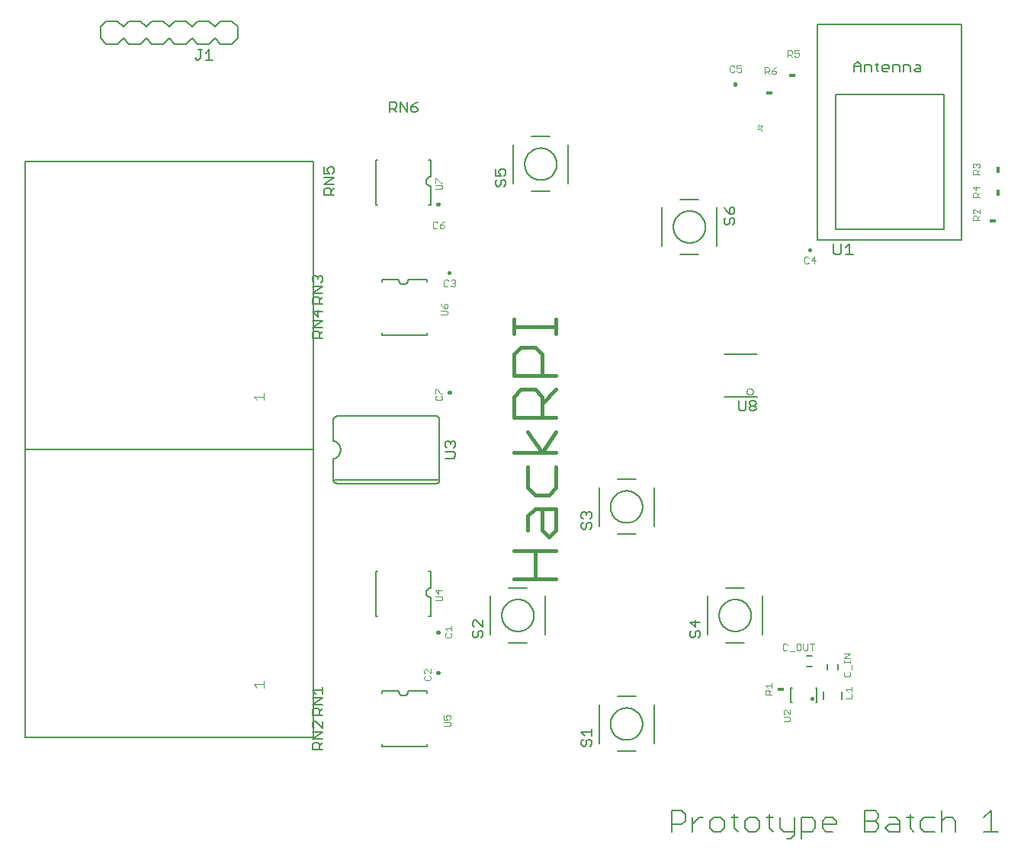
<source format=gto>
G75*
%MOIN*%
%OFA0B0*%
%FSLAX25Y25*%
%IPPOS*%
%LPD*%
%AMOC8*
5,1,8,0,0,1.08239X$1,22.5*
%
%ADD10C,0.01600*%
%ADD11C,0.00800*%
%ADD12C,0.00600*%
%ADD13C,0.00300*%
%ADD14C,0.00500*%
%ADD15R,0.03000X0.01500*%
%ADD16C,0.01200*%
%ADD17C,0.00700*%
%ADD18C,0.00400*%
%ADD19C,0.01500*%
%ADD20R,0.01500X0.03000*%
%ADD21C,0.00100*%
%ADD22C,0.00200*%
D10*
X0263384Y0128549D02*
X0281800Y0128549D01*
X0272592Y0128549D02*
X0272592Y0140826D01*
X0263384Y0140826D02*
X0281800Y0140826D01*
X0278731Y0146965D02*
X0275661Y0150034D01*
X0275661Y0159242D01*
X0272592Y0159242D02*
X0281800Y0159242D01*
X0281800Y0150034D01*
X0278731Y0146965D01*
X0269523Y0150034D02*
X0269523Y0156172D01*
X0272592Y0159242D01*
X0272592Y0165380D02*
X0269523Y0168450D01*
X0269523Y0177657D01*
X0275661Y0183796D02*
X0269523Y0193004D01*
X0275661Y0199143D02*
X0275661Y0208350D01*
X0272592Y0211420D01*
X0266454Y0211420D01*
X0263384Y0208350D01*
X0263384Y0199143D01*
X0281800Y0199143D01*
X0275661Y0205281D02*
X0281800Y0211420D01*
X0281800Y0217558D02*
X0263384Y0217558D01*
X0263384Y0226766D01*
X0266454Y0229835D01*
X0272592Y0229835D01*
X0275661Y0226766D01*
X0275661Y0217558D01*
X0281800Y0235974D02*
X0281800Y0242113D01*
X0281800Y0239043D02*
X0263384Y0239043D01*
X0263384Y0235974D02*
X0263384Y0242113D01*
X0281800Y0193004D02*
X0275661Y0183796D01*
X0281800Y0183796D02*
X0263384Y0183796D01*
X0281800Y0177657D02*
X0281800Y0168450D01*
X0278731Y0165380D01*
X0272592Y0165380D01*
D11*
X0300600Y0168600D02*
X0300600Y0151600D01*
X0308553Y0148100D02*
X0316600Y0148100D01*
X0324600Y0151600D02*
X0324600Y0168600D01*
X0316600Y0172100D02*
X0308671Y0172100D01*
X0305600Y0160100D02*
X0305602Y0160272D01*
X0305608Y0160443D01*
X0305619Y0160615D01*
X0305634Y0160786D01*
X0305653Y0160957D01*
X0305676Y0161127D01*
X0305703Y0161297D01*
X0305735Y0161466D01*
X0305770Y0161634D01*
X0305810Y0161801D01*
X0305854Y0161967D01*
X0305901Y0162132D01*
X0305953Y0162296D01*
X0306009Y0162458D01*
X0306069Y0162619D01*
X0306133Y0162779D01*
X0306201Y0162937D01*
X0306272Y0163093D01*
X0306347Y0163247D01*
X0306427Y0163400D01*
X0306509Y0163550D01*
X0306596Y0163699D01*
X0306686Y0163845D01*
X0306780Y0163989D01*
X0306877Y0164131D01*
X0306978Y0164270D01*
X0307082Y0164407D01*
X0307189Y0164541D01*
X0307300Y0164672D01*
X0307413Y0164801D01*
X0307530Y0164927D01*
X0307650Y0165050D01*
X0307773Y0165170D01*
X0307899Y0165287D01*
X0308028Y0165400D01*
X0308159Y0165511D01*
X0308293Y0165618D01*
X0308430Y0165722D01*
X0308569Y0165823D01*
X0308711Y0165920D01*
X0308855Y0166014D01*
X0309001Y0166104D01*
X0309150Y0166191D01*
X0309300Y0166273D01*
X0309453Y0166353D01*
X0309607Y0166428D01*
X0309763Y0166499D01*
X0309921Y0166567D01*
X0310081Y0166631D01*
X0310242Y0166691D01*
X0310404Y0166747D01*
X0310568Y0166799D01*
X0310733Y0166846D01*
X0310899Y0166890D01*
X0311066Y0166930D01*
X0311234Y0166965D01*
X0311403Y0166997D01*
X0311573Y0167024D01*
X0311743Y0167047D01*
X0311914Y0167066D01*
X0312085Y0167081D01*
X0312257Y0167092D01*
X0312428Y0167098D01*
X0312600Y0167100D01*
X0312772Y0167098D01*
X0312943Y0167092D01*
X0313115Y0167081D01*
X0313286Y0167066D01*
X0313457Y0167047D01*
X0313627Y0167024D01*
X0313797Y0166997D01*
X0313966Y0166965D01*
X0314134Y0166930D01*
X0314301Y0166890D01*
X0314467Y0166846D01*
X0314632Y0166799D01*
X0314796Y0166747D01*
X0314958Y0166691D01*
X0315119Y0166631D01*
X0315279Y0166567D01*
X0315437Y0166499D01*
X0315593Y0166428D01*
X0315747Y0166353D01*
X0315900Y0166273D01*
X0316050Y0166191D01*
X0316199Y0166104D01*
X0316345Y0166014D01*
X0316489Y0165920D01*
X0316631Y0165823D01*
X0316770Y0165722D01*
X0316907Y0165618D01*
X0317041Y0165511D01*
X0317172Y0165400D01*
X0317301Y0165287D01*
X0317427Y0165170D01*
X0317550Y0165050D01*
X0317670Y0164927D01*
X0317787Y0164801D01*
X0317900Y0164672D01*
X0318011Y0164541D01*
X0318118Y0164407D01*
X0318222Y0164270D01*
X0318323Y0164131D01*
X0318420Y0163989D01*
X0318514Y0163845D01*
X0318604Y0163699D01*
X0318691Y0163550D01*
X0318773Y0163400D01*
X0318853Y0163247D01*
X0318928Y0163093D01*
X0318999Y0162937D01*
X0319067Y0162779D01*
X0319131Y0162619D01*
X0319191Y0162458D01*
X0319247Y0162296D01*
X0319299Y0162132D01*
X0319346Y0161967D01*
X0319390Y0161801D01*
X0319430Y0161634D01*
X0319465Y0161466D01*
X0319497Y0161297D01*
X0319524Y0161127D01*
X0319547Y0160957D01*
X0319566Y0160786D01*
X0319581Y0160615D01*
X0319592Y0160443D01*
X0319598Y0160272D01*
X0319600Y0160100D01*
X0319598Y0159928D01*
X0319592Y0159757D01*
X0319581Y0159585D01*
X0319566Y0159414D01*
X0319547Y0159243D01*
X0319524Y0159073D01*
X0319497Y0158903D01*
X0319465Y0158734D01*
X0319430Y0158566D01*
X0319390Y0158399D01*
X0319346Y0158233D01*
X0319299Y0158068D01*
X0319247Y0157904D01*
X0319191Y0157742D01*
X0319131Y0157581D01*
X0319067Y0157421D01*
X0318999Y0157263D01*
X0318928Y0157107D01*
X0318853Y0156953D01*
X0318773Y0156800D01*
X0318691Y0156650D01*
X0318604Y0156501D01*
X0318514Y0156355D01*
X0318420Y0156211D01*
X0318323Y0156069D01*
X0318222Y0155930D01*
X0318118Y0155793D01*
X0318011Y0155659D01*
X0317900Y0155528D01*
X0317787Y0155399D01*
X0317670Y0155273D01*
X0317550Y0155150D01*
X0317427Y0155030D01*
X0317301Y0154913D01*
X0317172Y0154800D01*
X0317041Y0154689D01*
X0316907Y0154582D01*
X0316770Y0154478D01*
X0316631Y0154377D01*
X0316489Y0154280D01*
X0316345Y0154186D01*
X0316199Y0154096D01*
X0316050Y0154009D01*
X0315900Y0153927D01*
X0315747Y0153847D01*
X0315593Y0153772D01*
X0315437Y0153701D01*
X0315279Y0153633D01*
X0315119Y0153569D01*
X0314958Y0153509D01*
X0314796Y0153453D01*
X0314632Y0153401D01*
X0314467Y0153354D01*
X0314301Y0153310D01*
X0314134Y0153270D01*
X0313966Y0153235D01*
X0313797Y0153203D01*
X0313627Y0153176D01*
X0313457Y0153153D01*
X0313286Y0153134D01*
X0313115Y0153119D01*
X0312943Y0153108D01*
X0312772Y0153102D01*
X0312600Y0153100D01*
X0312428Y0153102D01*
X0312257Y0153108D01*
X0312085Y0153119D01*
X0311914Y0153134D01*
X0311743Y0153153D01*
X0311573Y0153176D01*
X0311403Y0153203D01*
X0311234Y0153235D01*
X0311066Y0153270D01*
X0310899Y0153310D01*
X0310733Y0153354D01*
X0310568Y0153401D01*
X0310404Y0153453D01*
X0310242Y0153509D01*
X0310081Y0153569D01*
X0309921Y0153633D01*
X0309763Y0153701D01*
X0309607Y0153772D01*
X0309453Y0153847D01*
X0309300Y0153927D01*
X0309150Y0154009D01*
X0309001Y0154096D01*
X0308855Y0154186D01*
X0308711Y0154280D01*
X0308569Y0154377D01*
X0308430Y0154478D01*
X0308293Y0154582D01*
X0308159Y0154689D01*
X0308028Y0154800D01*
X0307899Y0154913D01*
X0307773Y0155030D01*
X0307650Y0155150D01*
X0307530Y0155273D01*
X0307413Y0155399D01*
X0307300Y0155528D01*
X0307189Y0155659D01*
X0307082Y0155793D01*
X0306978Y0155930D01*
X0306877Y0156069D01*
X0306780Y0156211D01*
X0306686Y0156355D01*
X0306596Y0156501D01*
X0306509Y0156650D01*
X0306427Y0156800D01*
X0306347Y0156953D01*
X0306272Y0157107D01*
X0306201Y0157263D01*
X0306133Y0157421D01*
X0306069Y0157581D01*
X0306009Y0157742D01*
X0305953Y0157904D01*
X0305901Y0158068D01*
X0305854Y0158233D01*
X0305810Y0158399D01*
X0305770Y0158566D01*
X0305735Y0158734D01*
X0305703Y0158903D01*
X0305676Y0159073D01*
X0305653Y0159243D01*
X0305634Y0159414D01*
X0305619Y0159585D01*
X0305608Y0159757D01*
X0305602Y0159928D01*
X0305600Y0160100D01*
X0269100Y0124600D02*
X0261171Y0124600D01*
X0253100Y0121100D02*
X0253100Y0104100D01*
X0261053Y0100600D02*
X0269100Y0100600D01*
X0277100Y0104100D02*
X0277100Y0121100D01*
X0258100Y0112600D02*
X0258102Y0112772D01*
X0258108Y0112943D01*
X0258119Y0113115D01*
X0258134Y0113286D01*
X0258153Y0113457D01*
X0258176Y0113627D01*
X0258203Y0113797D01*
X0258235Y0113966D01*
X0258270Y0114134D01*
X0258310Y0114301D01*
X0258354Y0114467D01*
X0258401Y0114632D01*
X0258453Y0114796D01*
X0258509Y0114958D01*
X0258569Y0115119D01*
X0258633Y0115279D01*
X0258701Y0115437D01*
X0258772Y0115593D01*
X0258847Y0115747D01*
X0258927Y0115900D01*
X0259009Y0116050D01*
X0259096Y0116199D01*
X0259186Y0116345D01*
X0259280Y0116489D01*
X0259377Y0116631D01*
X0259478Y0116770D01*
X0259582Y0116907D01*
X0259689Y0117041D01*
X0259800Y0117172D01*
X0259913Y0117301D01*
X0260030Y0117427D01*
X0260150Y0117550D01*
X0260273Y0117670D01*
X0260399Y0117787D01*
X0260528Y0117900D01*
X0260659Y0118011D01*
X0260793Y0118118D01*
X0260930Y0118222D01*
X0261069Y0118323D01*
X0261211Y0118420D01*
X0261355Y0118514D01*
X0261501Y0118604D01*
X0261650Y0118691D01*
X0261800Y0118773D01*
X0261953Y0118853D01*
X0262107Y0118928D01*
X0262263Y0118999D01*
X0262421Y0119067D01*
X0262581Y0119131D01*
X0262742Y0119191D01*
X0262904Y0119247D01*
X0263068Y0119299D01*
X0263233Y0119346D01*
X0263399Y0119390D01*
X0263566Y0119430D01*
X0263734Y0119465D01*
X0263903Y0119497D01*
X0264073Y0119524D01*
X0264243Y0119547D01*
X0264414Y0119566D01*
X0264585Y0119581D01*
X0264757Y0119592D01*
X0264928Y0119598D01*
X0265100Y0119600D01*
X0265272Y0119598D01*
X0265443Y0119592D01*
X0265615Y0119581D01*
X0265786Y0119566D01*
X0265957Y0119547D01*
X0266127Y0119524D01*
X0266297Y0119497D01*
X0266466Y0119465D01*
X0266634Y0119430D01*
X0266801Y0119390D01*
X0266967Y0119346D01*
X0267132Y0119299D01*
X0267296Y0119247D01*
X0267458Y0119191D01*
X0267619Y0119131D01*
X0267779Y0119067D01*
X0267937Y0118999D01*
X0268093Y0118928D01*
X0268247Y0118853D01*
X0268400Y0118773D01*
X0268550Y0118691D01*
X0268699Y0118604D01*
X0268845Y0118514D01*
X0268989Y0118420D01*
X0269131Y0118323D01*
X0269270Y0118222D01*
X0269407Y0118118D01*
X0269541Y0118011D01*
X0269672Y0117900D01*
X0269801Y0117787D01*
X0269927Y0117670D01*
X0270050Y0117550D01*
X0270170Y0117427D01*
X0270287Y0117301D01*
X0270400Y0117172D01*
X0270511Y0117041D01*
X0270618Y0116907D01*
X0270722Y0116770D01*
X0270823Y0116631D01*
X0270920Y0116489D01*
X0271014Y0116345D01*
X0271104Y0116199D01*
X0271191Y0116050D01*
X0271273Y0115900D01*
X0271353Y0115747D01*
X0271428Y0115593D01*
X0271499Y0115437D01*
X0271567Y0115279D01*
X0271631Y0115119D01*
X0271691Y0114958D01*
X0271747Y0114796D01*
X0271799Y0114632D01*
X0271846Y0114467D01*
X0271890Y0114301D01*
X0271930Y0114134D01*
X0271965Y0113966D01*
X0271997Y0113797D01*
X0272024Y0113627D01*
X0272047Y0113457D01*
X0272066Y0113286D01*
X0272081Y0113115D01*
X0272092Y0112943D01*
X0272098Y0112772D01*
X0272100Y0112600D01*
X0272098Y0112428D01*
X0272092Y0112257D01*
X0272081Y0112085D01*
X0272066Y0111914D01*
X0272047Y0111743D01*
X0272024Y0111573D01*
X0271997Y0111403D01*
X0271965Y0111234D01*
X0271930Y0111066D01*
X0271890Y0110899D01*
X0271846Y0110733D01*
X0271799Y0110568D01*
X0271747Y0110404D01*
X0271691Y0110242D01*
X0271631Y0110081D01*
X0271567Y0109921D01*
X0271499Y0109763D01*
X0271428Y0109607D01*
X0271353Y0109453D01*
X0271273Y0109300D01*
X0271191Y0109150D01*
X0271104Y0109001D01*
X0271014Y0108855D01*
X0270920Y0108711D01*
X0270823Y0108569D01*
X0270722Y0108430D01*
X0270618Y0108293D01*
X0270511Y0108159D01*
X0270400Y0108028D01*
X0270287Y0107899D01*
X0270170Y0107773D01*
X0270050Y0107650D01*
X0269927Y0107530D01*
X0269801Y0107413D01*
X0269672Y0107300D01*
X0269541Y0107189D01*
X0269407Y0107082D01*
X0269270Y0106978D01*
X0269131Y0106877D01*
X0268989Y0106780D01*
X0268845Y0106686D01*
X0268699Y0106596D01*
X0268550Y0106509D01*
X0268400Y0106427D01*
X0268247Y0106347D01*
X0268093Y0106272D01*
X0267937Y0106201D01*
X0267779Y0106133D01*
X0267619Y0106069D01*
X0267458Y0106009D01*
X0267296Y0105953D01*
X0267132Y0105901D01*
X0266967Y0105854D01*
X0266801Y0105810D01*
X0266634Y0105770D01*
X0266466Y0105735D01*
X0266297Y0105703D01*
X0266127Y0105676D01*
X0265957Y0105653D01*
X0265786Y0105634D01*
X0265615Y0105619D01*
X0265443Y0105608D01*
X0265272Y0105602D01*
X0265100Y0105600D01*
X0264928Y0105602D01*
X0264757Y0105608D01*
X0264585Y0105619D01*
X0264414Y0105634D01*
X0264243Y0105653D01*
X0264073Y0105676D01*
X0263903Y0105703D01*
X0263734Y0105735D01*
X0263566Y0105770D01*
X0263399Y0105810D01*
X0263233Y0105854D01*
X0263068Y0105901D01*
X0262904Y0105953D01*
X0262742Y0106009D01*
X0262581Y0106069D01*
X0262421Y0106133D01*
X0262263Y0106201D01*
X0262107Y0106272D01*
X0261953Y0106347D01*
X0261800Y0106427D01*
X0261650Y0106509D01*
X0261501Y0106596D01*
X0261355Y0106686D01*
X0261211Y0106780D01*
X0261069Y0106877D01*
X0260930Y0106978D01*
X0260793Y0107082D01*
X0260659Y0107189D01*
X0260528Y0107300D01*
X0260399Y0107413D01*
X0260273Y0107530D01*
X0260150Y0107650D01*
X0260030Y0107773D01*
X0259913Y0107899D01*
X0259800Y0108028D01*
X0259689Y0108159D01*
X0259582Y0108293D01*
X0259478Y0108430D01*
X0259377Y0108569D01*
X0259280Y0108711D01*
X0259186Y0108855D01*
X0259096Y0109001D01*
X0259009Y0109150D01*
X0258927Y0109300D01*
X0258847Y0109453D01*
X0258772Y0109607D01*
X0258701Y0109763D01*
X0258633Y0109921D01*
X0258569Y0110081D01*
X0258509Y0110242D01*
X0258453Y0110404D01*
X0258401Y0110568D01*
X0258354Y0110733D01*
X0258310Y0110899D01*
X0258270Y0111066D01*
X0258235Y0111234D01*
X0258203Y0111403D01*
X0258176Y0111573D01*
X0258153Y0111743D01*
X0258134Y0111914D01*
X0258119Y0112085D01*
X0258108Y0112257D01*
X0258102Y0112428D01*
X0258100Y0112600D01*
X0226911Y0112364D02*
X0226911Y0120631D01*
X0226824Y0120633D01*
X0226737Y0120639D01*
X0226650Y0120648D01*
X0226564Y0120662D01*
X0226479Y0120679D01*
X0226394Y0120700D01*
X0226311Y0120725D01*
X0226228Y0120753D01*
X0226147Y0120785D01*
X0226068Y0120821D01*
X0225990Y0120860D01*
X0225914Y0120902D01*
X0225840Y0120948D01*
X0225768Y0120997D01*
X0225698Y0121049D01*
X0225631Y0121104D01*
X0225566Y0121162D01*
X0225503Y0121223D01*
X0225444Y0121287D01*
X0225387Y0121353D01*
X0225334Y0121422D01*
X0225283Y0121493D01*
X0225236Y0121566D01*
X0225191Y0121641D01*
X0225151Y0121718D01*
X0225113Y0121796D01*
X0225080Y0121877D01*
X0225049Y0121958D01*
X0225023Y0122041D01*
X0225000Y0122126D01*
X0224981Y0122211D01*
X0224966Y0122296D01*
X0224954Y0122383D01*
X0224946Y0122469D01*
X0224942Y0122556D01*
X0224942Y0122644D01*
X0224946Y0122731D01*
X0224954Y0122817D01*
X0224966Y0122904D01*
X0224981Y0122989D01*
X0225000Y0123074D01*
X0225023Y0123159D01*
X0225049Y0123242D01*
X0225080Y0123323D01*
X0225113Y0123404D01*
X0225151Y0123482D01*
X0225191Y0123559D01*
X0225236Y0123634D01*
X0225283Y0123707D01*
X0225334Y0123778D01*
X0225387Y0123847D01*
X0225444Y0123913D01*
X0225503Y0123977D01*
X0225566Y0124038D01*
X0225631Y0124096D01*
X0225698Y0124151D01*
X0225768Y0124203D01*
X0225840Y0124252D01*
X0225914Y0124298D01*
X0225990Y0124340D01*
X0226068Y0124379D01*
X0226147Y0124415D01*
X0226228Y0124447D01*
X0226311Y0124475D01*
X0226394Y0124500D01*
X0226479Y0124521D01*
X0226564Y0124538D01*
X0226650Y0124552D01*
X0226737Y0124561D01*
X0226824Y0124567D01*
X0226911Y0124569D01*
X0226911Y0132049D01*
X0226124Y0132049D01*
X0203683Y0132049D02*
X0202895Y0132049D01*
X0202895Y0112364D01*
X0203683Y0112364D01*
X0226124Y0112364D02*
X0226911Y0112364D01*
X0225336Y0079411D02*
X0217069Y0079411D01*
X0217067Y0079324D01*
X0217061Y0079237D01*
X0217052Y0079150D01*
X0217038Y0079064D01*
X0217021Y0078979D01*
X0217000Y0078894D01*
X0216975Y0078811D01*
X0216947Y0078728D01*
X0216915Y0078647D01*
X0216879Y0078568D01*
X0216840Y0078490D01*
X0216798Y0078414D01*
X0216752Y0078340D01*
X0216703Y0078268D01*
X0216651Y0078198D01*
X0216596Y0078131D01*
X0216538Y0078066D01*
X0216477Y0078003D01*
X0216413Y0077944D01*
X0216347Y0077887D01*
X0216278Y0077834D01*
X0216207Y0077783D01*
X0216134Y0077736D01*
X0216059Y0077691D01*
X0215982Y0077651D01*
X0215904Y0077613D01*
X0215823Y0077580D01*
X0215742Y0077549D01*
X0215659Y0077523D01*
X0215574Y0077500D01*
X0215489Y0077481D01*
X0215404Y0077466D01*
X0215317Y0077454D01*
X0215231Y0077446D01*
X0215144Y0077442D01*
X0215056Y0077442D01*
X0214969Y0077446D01*
X0214883Y0077454D01*
X0214796Y0077466D01*
X0214711Y0077481D01*
X0214626Y0077500D01*
X0214541Y0077523D01*
X0214458Y0077549D01*
X0214377Y0077580D01*
X0214296Y0077613D01*
X0214218Y0077651D01*
X0214141Y0077691D01*
X0214066Y0077736D01*
X0213993Y0077783D01*
X0213922Y0077834D01*
X0213853Y0077887D01*
X0213787Y0077944D01*
X0213723Y0078003D01*
X0213662Y0078066D01*
X0213604Y0078131D01*
X0213549Y0078198D01*
X0213497Y0078268D01*
X0213448Y0078340D01*
X0213402Y0078414D01*
X0213360Y0078490D01*
X0213321Y0078568D01*
X0213285Y0078647D01*
X0213253Y0078728D01*
X0213225Y0078811D01*
X0213200Y0078894D01*
X0213179Y0078979D01*
X0213162Y0079064D01*
X0213148Y0079150D01*
X0213139Y0079237D01*
X0213133Y0079324D01*
X0213131Y0079411D01*
X0205651Y0079411D01*
X0205651Y0078624D01*
X0225336Y0078624D02*
X0225336Y0079411D01*
X0225336Y0056183D02*
X0225336Y0055395D01*
X0205651Y0055395D01*
X0205651Y0056183D01*
X0300600Y0056600D02*
X0300600Y0073600D01*
X0308671Y0077100D02*
X0316600Y0077100D01*
X0324600Y0073600D02*
X0324600Y0056600D01*
X0316600Y0053100D02*
X0308553Y0053100D01*
X0305600Y0065100D02*
X0305602Y0065272D01*
X0305608Y0065443D01*
X0305619Y0065615D01*
X0305634Y0065786D01*
X0305653Y0065957D01*
X0305676Y0066127D01*
X0305703Y0066297D01*
X0305735Y0066466D01*
X0305770Y0066634D01*
X0305810Y0066801D01*
X0305854Y0066967D01*
X0305901Y0067132D01*
X0305953Y0067296D01*
X0306009Y0067458D01*
X0306069Y0067619D01*
X0306133Y0067779D01*
X0306201Y0067937D01*
X0306272Y0068093D01*
X0306347Y0068247D01*
X0306427Y0068400D01*
X0306509Y0068550D01*
X0306596Y0068699D01*
X0306686Y0068845D01*
X0306780Y0068989D01*
X0306877Y0069131D01*
X0306978Y0069270D01*
X0307082Y0069407D01*
X0307189Y0069541D01*
X0307300Y0069672D01*
X0307413Y0069801D01*
X0307530Y0069927D01*
X0307650Y0070050D01*
X0307773Y0070170D01*
X0307899Y0070287D01*
X0308028Y0070400D01*
X0308159Y0070511D01*
X0308293Y0070618D01*
X0308430Y0070722D01*
X0308569Y0070823D01*
X0308711Y0070920D01*
X0308855Y0071014D01*
X0309001Y0071104D01*
X0309150Y0071191D01*
X0309300Y0071273D01*
X0309453Y0071353D01*
X0309607Y0071428D01*
X0309763Y0071499D01*
X0309921Y0071567D01*
X0310081Y0071631D01*
X0310242Y0071691D01*
X0310404Y0071747D01*
X0310568Y0071799D01*
X0310733Y0071846D01*
X0310899Y0071890D01*
X0311066Y0071930D01*
X0311234Y0071965D01*
X0311403Y0071997D01*
X0311573Y0072024D01*
X0311743Y0072047D01*
X0311914Y0072066D01*
X0312085Y0072081D01*
X0312257Y0072092D01*
X0312428Y0072098D01*
X0312600Y0072100D01*
X0312772Y0072098D01*
X0312943Y0072092D01*
X0313115Y0072081D01*
X0313286Y0072066D01*
X0313457Y0072047D01*
X0313627Y0072024D01*
X0313797Y0071997D01*
X0313966Y0071965D01*
X0314134Y0071930D01*
X0314301Y0071890D01*
X0314467Y0071846D01*
X0314632Y0071799D01*
X0314796Y0071747D01*
X0314958Y0071691D01*
X0315119Y0071631D01*
X0315279Y0071567D01*
X0315437Y0071499D01*
X0315593Y0071428D01*
X0315747Y0071353D01*
X0315900Y0071273D01*
X0316050Y0071191D01*
X0316199Y0071104D01*
X0316345Y0071014D01*
X0316489Y0070920D01*
X0316631Y0070823D01*
X0316770Y0070722D01*
X0316907Y0070618D01*
X0317041Y0070511D01*
X0317172Y0070400D01*
X0317301Y0070287D01*
X0317427Y0070170D01*
X0317550Y0070050D01*
X0317670Y0069927D01*
X0317787Y0069801D01*
X0317900Y0069672D01*
X0318011Y0069541D01*
X0318118Y0069407D01*
X0318222Y0069270D01*
X0318323Y0069131D01*
X0318420Y0068989D01*
X0318514Y0068845D01*
X0318604Y0068699D01*
X0318691Y0068550D01*
X0318773Y0068400D01*
X0318853Y0068247D01*
X0318928Y0068093D01*
X0318999Y0067937D01*
X0319067Y0067779D01*
X0319131Y0067619D01*
X0319191Y0067458D01*
X0319247Y0067296D01*
X0319299Y0067132D01*
X0319346Y0066967D01*
X0319390Y0066801D01*
X0319430Y0066634D01*
X0319465Y0066466D01*
X0319497Y0066297D01*
X0319524Y0066127D01*
X0319547Y0065957D01*
X0319566Y0065786D01*
X0319581Y0065615D01*
X0319592Y0065443D01*
X0319598Y0065272D01*
X0319600Y0065100D01*
X0319598Y0064928D01*
X0319592Y0064757D01*
X0319581Y0064585D01*
X0319566Y0064414D01*
X0319547Y0064243D01*
X0319524Y0064073D01*
X0319497Y0063903D01*
X0319465Y0063734D01*
X0319430Y0063566D01*
X0319390Y0063399D01*
X0319346Y0063233D01*
X0319299Y0063068D01*
X0319247Y0062904D01*
X0319191Y0062742D01*
X0319131Y0062581D01*
X0319067Y0062421D01*
X0318999Y0062263D01*
X0318928Y0062107D01*
X0318853Y0061953D01*
X0318773Y0061800D01*
X0318691Y0061650D01*
X0318604Y0061501D01*
X0318514Y0061355D01*
X0318420Y0061211D01*
X0318323Y0061069D01*
X0318222Y0060930D01*
X0318118Y0060793D01*
X0318011Y0060659D01*
X0317900Y0060528D01*
X0317787Y0060399D01*
X0317670Y0060273D01*
X0317550Y0060150D01*
X0317427Y0060030D01*
X0317301Y0059913D01*
X0317172Y0059800D01*
X0317041Y0059689D01*
X0316907Y0059582D01*
X0316770Y0059478D01*
X0316631Y0059377D01*
X0316489Y0059280D01*
X0316345Y0059186D01*
X0316199Y0059096D01*
X0316050Y0059009D01*
X0315900Y0058927D01*
X0315747Y0058847D01*
X0315593Y0058772D01*
X0315437Y0058701D01*
X0315279Y0058633D01*
X0315119Y0058569D01*
X0314958Y0058509D01*
X0314796Y0058453D01*
X0314632Y0058401D01*
X0314467Y0058354D01*
X0314301Y0058310D01*
X0314134Y0058270D01*
X0313966Y0058235D01*
X0313797Y0058203D01*
X0313627Y0058176D01*
X0313457Y0058153D01*
X0313286Y0058134D01*
X0313115Y0058119D01*
X0312943Y0058108D01*
X0312772Y0058102D01*
X0312600Y0058100D01*
X0312428Y0058102D01*
X0312257Y0058108D01*
X0312085Y0058119D01*
X0311914Y0058134D01*
X0311743Y0058153D01*
X0311573Y0058176D01*
X0311403Y0058203D01*
X0311234Y0058235D01*
X0311066Y0058270D01*
X0310899Y0058310D01*
X0310733Y0058354D01*
X0310568Y0058401D01*
X0310404Y0058453D01*
X0310242Y0058509D01*
X0310081Y0058569D01*
X0309921Y0058633D01*
X0309763Y0058701D01*
X0309607Y0058772D01*
X0309453Y0058847D01*
X0309300Y0058927D01*
X0309150Y0059009D01*
X0309001Y0059096D01*
X0308855Y0059186D01*
X0308711Y0059280D01*
X0308569Y0059377D01*
X0308430Y0059478D01*
X0308293Y0059582D01*
X0308159Y0059689D01*
X0308028Y0059800D01*
X0307899Y0059913D01*
X0307773Y0060030D01*
X0307650Y0060150D01*
X0307530Y0060273D01*
X0307413Y0060399D01*
X0307300Y0060528D01*
X0307189Y0060659D01*
X0307082Y0060793D01*
X0306978Y0060930D01*
X0306877Y0061069D01*
X0306780Y0061211D01*
X0306686Y0061355D01*
X0306596Y0061501D01*
X0306509Y0061650D01*
X0306427Y0061800D01*
X0306347Y0061953D01*
X0306272Y0062107D01*
X0306201Y0062263D01*
X0306133Y0062421D01*
X0306069Y0062581D01*
X0306009Y0062742D01*
X0305953Y0062904D01*
X0305901Y0063068D01*
X0305854Y0063233D01*
X0305810Y0063399D01*
X0305770Y0063566D01*
X0305735Y0063734D01*
X0305703Y0063903D01*
X0305676Y0064073D01*
X0305653Y0064243D01*
X0305634Y0064414D01*
X0305619Y0064585D01*
X0305608Y0064757D01*
X0305602Y0064928D01*
X0305600Y0065100D01*
X0332209Y0027208D02*
X0336813Y0027208D01*
X0338347Y0025673D01*
X0338347Y0022604D01*
X0336813Y0021069D01*
X0332209Y0021069D01*
X0332209Y0018000D02*
X0332209Y0027208D01*
X0341417Y0024139D02*
X0341417Y0018000D01*
X0341417Y0021069D02*
X0344486Y0024139D01*
X0346021Y0024139D01*
X0349090Y0022604D02*
X0349090Y0019535D01*
X0350624Y0018000D01*
X0353694Y0018000D01*
X0355228Y0019535D01*
X0355228Y0022604D01*
X0353694Y0024139D01*
X0350624Y0024139D01*
X0349090Y0022604D01*
X0358298Y0024139D02*
X0361367Y0024139D01*
X0359832Y0025673D02*
X0359832Y0019535D01*
X0361367Y0018000D01*
X0364436Y0019535D02*
X0365971Y0018000D01*
X0369040Y0018000D01*
X0370575Y0019535D01*
X0370575Y0022604D01*
X0369040Y0024139D01*
X0365971Y0024139D01*
X0364436Y0022604D01*
X0364436Y0019535D01*
X0373644Y0024139D02*
X0376713Y0024139D01*
X0375179Y0025673D02*
X0375179Y0019535D01*
X0376713Y0018000D01*
X0379783Y0019535D02*
X0381317Y0018000D01*
X0385921Y0018000D01*
X0385921Y0016465D02*
X0384387Y0014931D01*
X0382852Y0014931D01*
X0385921Y0016465D02*
X0385921Y0024139D01*
X0388991Y0024139D02*
X0393594Y0024139D01*
X0395129Y0022604D01*
X0395129Y0019535D01*
X0393594Y0018000D01*
X0388991Y0018000D01*
X0388991Y0014931D02*
X0388991Y0024139D01*
X0379783Y0024139D02*
X0379783Y0019535D01*
X0398198Y0019535D02*
X0399733Y0018000D01*
X0402802Y0018000D01*
X0404337Y0021069D02*
X0398198Y0021069D01*
X0398198Y0019535D02*
X0398198Y0022604D01*
X0399733Y0024139D01*
X0402802Y0024139D01*
X0404337Y0022604D01*
X0404337Y0021069D01*
X0416614Y0022604D02*
X0421218Y0022604D01*
X0422753Y0021069D01*
X0422753Y0019535D01*
X0421218Y0018000D01*
X0416614Y0018000D01*
X0416614Y0027208D01*
X0421218Y0027208D01*
X0422753Y0025673D01*
X0422753Y0024139D01*
X0421218Y0022604D01*
X0425822Y0019535D02*
X0427357Y0021069D01*
X0431961Y0021069D01*
X0431961Y0022604D02*
X0430426Y0024139D01*
X0427357Y0024139D01*
X0431961Y0022604D02*
X0431961Y0018000D01*
X0427357Y0018000D01*
X0425822Y0019535D01*
X0435030Y0024139D02*
X0438099Y0024139D01*
X0436564Y0025673D02*
X0436564Y0019535D01*
X0438099Y0018000D01*
X0441168Y0019535D02*
X0442703Y0018000D01*
X0447307Y0018000D01*
X0450376Y0018000D02*
X0450376Y0027208D01*
X0451911Y0024139D02*
X0450376Y0022604D01*
X0451911Y0024139D02*
X0454980Y0024139D01*
X0456515Y0022604D01*
X0456515Y0018000D01*
X0447307Y0024139D02*
X0442703Y0024139D01*
X0441168Y0022604D01*
X0441168Y0019535D01*
X0468792Y0018000D02*
X0474931Y0018000D01*
X0471861Y0018000D02*
X0471861Y0027208D01*
X0468792Y0024139D01*
X0395700Y0074409D02*
X0395700Y0080791D01*
X0395327Y0080791D01*
X0395327Y0074409D02*
X0395700Y0074409D01*
X0384873Y0074409D02*
X0384500Y0074409D01*
X0384500Y0080791D01*
X0384873Y0080791D01*
X0364100Y0100600D02*
X0356053Y0100600D01*
X0348100Y0104100D02*
X0348100Y0121100D01*
X0356171Y0124600D02*
X0364100Y0124600D01*
X0372100Y0121100D02*
X0372100Y0104100D01*
X0353100Y0112600D02*
X0353102Y0112772D01*
X0353108Y0112943D01*
X0353119Y0113115D01*
X0353134Y0113286D01*
X0353153Y0113457D01*
X0353176Y0113627D01*
X0353203Y0113797D01*
X0353235Y0113966D01*
X0353270Y0114134D01*
X0353310Y0114301D01*
X0353354Y0114467D01*
X0353401Y0114632D01*
X0353453Y0114796D01*
X0353509Y0114958D01*
X0353569Y0115119D01*
X0353633Y0115279D01*
X0353701Y0115437D01*
X0353772Y0115593D01*
X0353847Y0115747D01*
X0353927Y0115900D01*
X0354009Y0116050D01*
X0354096Y0116199D01*
X0354186Y0116345D01*
X0354280Y0116489D01*
X0354377Y0116631D01*
X0354478Y0116770D01*
X0354582Y0116907D01*
X0354689Y0117041D01*
X0354800Y0117172D01*
X0354913Y0117301D01*
X0355030Y0117427D01*
X0355150Y0117550D01*
X0355273Y0117670D01*
X0355399Y0117787D01*
X0355528Y0117900D01*
X0355659Y0118011D01*
X0355793Y0118118D01*
X0355930Y0118222D01*
X0356069Y0118323D01*
X0356211Y0118420D01*
X0356355Y0118514D01*
X0356501Y0118604D01*
X0356650Y0118691D01*
X0356800Y0118773D01*
X0356953Y0118853D01*
X0357107Y0118928D01*
X0357263Y0118999D01*
X0357421Y0119067D01*
X0357581Y0119131D01*
X0357742Y0119191D01*
X0357904Y0119247D01*
X0358068Y0119299D01*
X0358233Y0119346D01*
X0358399Y0119390D01*
X0358566Y0119430D01*
X0358734Y0119465D01*
X0358903Y0119497D01*
X0359073Y0119524D01*
X0359243Y0119547D01*
X0359414Y0119566D01*
X0359585Y0119581D01*
X0359757Y0119592D01*
X0359928Y0119598D01*
X0360100Y0119600D01*
X0360272Y0119598D01*
X0360443Y0119592D01*
X0360615Y0119581D01*
X0360786Y0119566D01*
X0360957Y0119547D01*
X0361127Y0119524D01*
X0361297Y0119497D01*
X0361466Y0119465D01*
X0361634Y0119430D01*
X0361801Y0119390D01*
X0361967Y0119346D01*
X0362132Y0119299D01*
X0362296Y0119247D01*
X0362458Y0119191D01*
X0362619Y0119131D01*
X0362779Y0119067D01*
X0362937Y0118999D01*
X0363093Y0118928D01*
X0363247Y0118853D01*
X0363400Y0118773D01*
X0363550Y0118691D01*
X0363699Y0118604D01*
X0363845Y0118514D01*
X0363989Y0118420D01*
X0364131Y0118323D01*
X0364270Y0118222D01*
X0364407Y0118118D01*
X0364541Y0118011D01*
X0364672Y0117900D01*
X0364801Y0117787D01*
X0364927Y0117670D01*
X0365050Y0117550D01*
X0365170Y0117427D01*
X0365287Y0117301D01*
X0365400Y0117172D01*
X0365511Y0117041D01*
X0365618Y0116907D01*
X0365722Y0116770D01*
X0365823Y0116631D01*
X0365920Y0116489D01*
X0366014Y0116345D01*
X0366104Y0116199D01*
X0366191Y0116050D01*
X0366273Y0115900D01*
X0366353Y0115747D01*
X0366428Y0115593D01*
X0366499Y0115437D01*
X0366567Y0115279D01*
X0366631Y0115119D01*
X0366691Y0114958D01*
X0366747Y0114796D01*
X0366799Y0114632D01*
X0366846Y0114467D01*
X0366890Y0114301D01*
X0366930Y0114134D01*
X0366965Y0113966D01*
X0366997Y0113797D01*
X0367024Y0113627D01*
X0367047Y0113457D01*
X0367066Y0113286D01*
X0367081Y0113115D01*
X0367092Y0112943D01*
X0367098Y0112772D01*
X0367100Y0112600D01*
X0367098Y0112428D01*
X0367092Y0112257D01*
X0367081Y0112085D01*
X0367066Y0111914D01*
X0367047Y0111743D01*
X0367024Y0111573D01*
X0366997Y0111403D01*
X0366965Y0111234D01*
X0366930Y0111066D01*
X0366890Y0110899D01*
X0366846Y0110733D01*
X0366799Y0110568D01*
X0366747Y0110404D01*
X0366691Y0110242D01*
X0366631Y0110081D01*
X0366567Y0109921D01*
X0366499Y0109763D01*
X0366428Y0109607D01*
X0366353Y0109453D01*
X0366273Y0109300D01*
X0366191Y0109150D01*
X0366104Y0109001D01*
X0366014Y0108855D01*
X0365920Y0108711D01*
X0365823Y0108569D01*
X0365722Y0108430D01*
X0365618Y0108293D01*
X0365511Y0108159D01*
X0365400Y0108028D01*
X0365287Y0107899D01*
X0365170Y0107773D01*
X0365050Y0107650D01*
X0364927Y0107530D01*
X0364801Y0107413D01*
X0364672Y0107300D01*
X0364541Y0107189D01*
X0364407Y0107082D01*
X0364270Y0106978D01*
X0364131Y0106877D01*
X0363989Y0106780D01*
X0363845Y0106686D01*
X0363699Y0106596D01*
X0363550Y0106509D01*
X0363400Y0106427D01*
X0363247Y0106347D01*
X0363093Y0106272D01*
X0362937Y0106201D01*
X0362779Y0106133D01*
X0362619Y0106069D01*
X0362458Y0106009D01*
X0362296Y0105953D01*
X0362132Y0105901D01*
X0361967Y0105854D01*
X0361801Y0105810D01*
X0361634Y0105770D01*
X0361466Y0105735D01*
X0361297Y0105703D01*
X0361127Y0105676D01*
X0360957Y0105653D01*
X0360786Y0105634D01*
X0360615Y0105619D01*
X0360443Y0105608D01*
X0360272Y0105602D01*
X0360100Y0105600D01*
X0359928Y0105602D01*
X0359757Y0105608D01*
X0359585Y0105619D01*
X0359414Y0105634D01*
X0359243Y0105653D01*
X0359073Y0105676D01*
X0358903Y0105703D01*
X0358734Y0105735D01*
X0358566Y0105770D01*
X0358399Y0105810D01*
X0358233Y0105854D01*
X0358068Y0105901D01*
X0357904Y0105953D01*
X0357742Y0106009D01*
X0357581Y0106069D01*
X0357421Y0106133D01*
X0357263Y0106201D01*
X0357107Y0106272D01*
X0356953Y0106347D01*
X0356800Y0106427D01*
X0356650Y0106509D01*
X0356501Y0106596D01*
X0356355Y0106686D01*
X0356211Y0106780D01*
X0356069Y0106877D01*
X0355930Y0106978D01*
X0355793Y0107082D01*
X0355659Y0107189D01*
X0355528Y0107300D01*
X0355399Y0107413D01*
X0355273Y0107530D01*
X0355150Y0107650D01*
X0355030Y0107773D01*
X0354913Y0107899D01*
X0354800Y0108028D01*
X0354689Y0108159D01*
X0354582Y0108293D01*
X0354478Y0108430D01*
X0354377Y0108569D01*
X0354280Y0108711D01*
X0354186Y0108855D01*
X0354096Y0109001D01*
X0354009Y0109150D01*
X0353927Y0109300D01*
X0353847Y0109453D01*
X0353772Y0109607D01*
X0353701Y0109763D01*
X0353633Y0109921D01*
X0353569Y0110081D01*
X0353509Y0110242D01*
X0353453Y0110404D01*
X0353401Y0110568D01*
X0353354Y0110733D01*
X0353310Y0110899D01*
X0353270Y0111066D01*
X0353235Y0111234D01*
X0353203Y0111403D01*
X0353176Y0111573D01*
X0353153Y0111743D01*
X0353134Y0111914D01*
X0353119Y0112085D01*
X0353108Y0112257D01*
X0353102Y0112428D01*
X0353100Y0112600D01*
X0230800Y0171600D02*
X0230800Y0198600D01*
X0230796Y0198668D01*
X0230787Y0198735D01*
X0230776Y0198802D01*
X0230760Y0198868D01*
X0230741Y0198933D01*
X0230719Y0198997D01*
X0230693Y0199059D01*
X0230664Y0199120D01*
X0230631Y0199180D01*
X0230596Y0199238D01*
X0230557Y0199293D01*
X0230515Y0199347D01*
X0230471Y0199398D01*
X0230423Y0199446D01*
X0230374Y0199492D01*
X0230321Y0199535D01*
X0230267Y0199576D01*
X0230210Y0199613D01*
X0230152Y0199647D01*
X0230092Y0199678D01*
X0230030Y0199706D01*
X0229967Y0199730D01*
X0229902Y0199751D01*
X0229837Y0199768D01*
X0229770Y0199782D01*
X0229703Y0199792D01*
X0229636Y0199798D01*
X0229568Y0199801D01*
X0229500Y0199800D01*
X0186100Y0199800D01*
X0186019Y0199798D01*
X0185938Y0199792D01*
X0185858Y0199783D01*
X0185778Y0199769D01*
X0185699Y0199752D01*
X0185621Y0199731D01*
X0185544Y0199707D01*
X0185468Y0199678D01*
X0185394Y0199646D01*
X0185321Y0199611D01*
X0185250Y0199572D01*
X0185181Y0199530D01*
X0185114Y0199485D01*
X0185049Y0199436D01*
X0184987Y0199385D01*
X0184927Y0199330D01*
X0184870Y0199273D01*
X0184815Y0199213D01*
X0184764Y0199151D01*
X0184715Y0199086D01*
X0184670Y0199019D01*
X0184628Y0198950D01*
X0184589Y0198879D01*
X0184554Y0198806D01*
X0184522Y0198732D01*
X0184493Y0198656D01*
X0184469Y0198579D01*
X0184448Y0198501D01*
X0184431Y0198422D01*
X0184417Y0198342D01*
X0184408Y0198262D01*
X0184402Y0198181D01*
X0184400Y0198100D01*
X0184391Y0189037D01*
X0184514Y0189008D01*
X0184635Y0188976D01*
X0184756Y0188941D01*
X0184876Y0188901D01*
X0184994Y0188858D01*
X0185111Y0188811D01*
X0185226Y0188760D01*
X0185340Y0188706D01*
X0185452Y0188649D01*
X0185562Y0188587D01*
X0185670Y0188523D01*
X0185776Y0188455D01*
X0185880Y0188384D01*
X0185981Y0188309D01*
X0186080Y0188232D01*
X0186177Y0188151D01*
X0186271Y0188067D01*
X0186363Y0187981D01*
X0186452Y0187892D01*
X0186537Y0187800D01*
X0186620Y0187705D01*
X0186700Y0187608D01*
X0186777Y0187508D01*
X0186851Y0187406D01*
X0186922Y0187302D01*
X0186989Y0187195D01*
X0187053Y0187087D01*
X0187113Y0186976D01*
X0187170Y0186864D01*
X0187223Y0186750D01*
X0187273Y0186634D01*
X0187319Y0186517D01*
X0187362Y0186398D01*
X0187401Y0186279D01*
X0187436Y0186158D01*
X0187467Y0186036D01*
X0187494Y0185913D01*
X0187518Y0185789D01*
X0187537Y0185665D01*
X0187553Y0185540D01*
X0187565Y0185414D01*
X0187573Y0185289D01*
X0187577Y0185163D01*
X0187577Y0185037D01*
X0187573Y0184911D01*
X0187565Y0184786D01*
X0187553Y0184660D01*
X0187537Y0184535D01*
X0187518Y0184411D01*
X0187494Y0184287D01*
X0187467Y0184164D01*
X0187436Y0184042D01*
X0187401Y0183921D01*
X0187362Y0183802D01*
X0187319Y0183683D01*
X0187273Y0183566D01*
X0187223Y0183450D01*
X0187170Y0183336D01*
X0187113Y0183224D01*
X0187053Y0183113D01*
X0186989Y0183005D01*
X0186922Y0182898D01*
X0186851Y0182794D01*
X0186777Y0182692D01*
X0186700Y0182592D01*
X0186620Y0182495D01*
X0186537Y0182400D01*
X0186452Y0182308D01*
X0186363Y0182219D01*
X0186271Y0182133D01*
X0186177Y0182049D01*
X0186080Y0181968D01*
X0185981Y0181891D01*
X0185880Y0181816D01*
X0185776Y0181745D01*
X0185670Y0181677D01*
X0185562Y0181613D01*
X0185452Y0181551D01*
X0185340Y0181494D01*
X0185226Y0181440D01*
X0185111Y0181389D01*
X0184994Y0181342D01*
X0184876Y0181299D01*
X0184756Y0181259D01*
X0184635Y0181224D01*
X0184514Y0181192D01*
X0184391Y0181163D01*
X0184400Y0171900D01*
X0184876Y0171800D02*
X0230500Y0171800D01*
X0230800Y0171600D02*
X0230796Y0171532D01*
X0230787Y0171465D01*
X0230776Y0171398D01*
X0230760Y0171332D01*
X0230741Y0171267D01*
X0230719Y0171203D01*
X0230693Y0171141D01*
X0230664Y0171080D01*
X0230631Y0171020D01*
X0230596Y0170962D01*
X0230557Y0170907D01*
X0230515Y0170853D01*
X0230471Y0170802D01*
X0230423Y0170754D01*
X0230374Y0170708D01*
X0230321Y0170665D01*
X0230267Y0170624D01*
X0230210Y0170587D01*
X0230152Y0170553D01*
X0230092Y0170522D01*
X0230030Y0170494D01*
X0229967Y0170470D01*
X0229902Y0170449D01*
X0229837Y0170432D01*
X0229770Y0170418D01*
X0229703Y0170408D01*
X0229636Y0170402D01*
X0229568Y0170399D01*
X0229500Y0170400D01*
X0186100Y0170400D01*
X0186021Y0170397D01*
X0185943Y0170398D01*
X0185864Y0170403D01*
X0185786Y0170411D01*
X0185708Y0170424D01*
X0185631Y0170440D01*
X0185555Y0170460D01*
X0185480Y0170484D01*
X0185406Y0170511D01*
X0185334Y0170542D01*
X0185263Y0170576D01*
X0185194Y0170614D01*
X0185127Y0170655D01*
X0185062Y0170700D01*
X0185000Y0170747D01*
X0184939Y0170798D01*
X0184882Y0170851D01*
X0184827Y0170908D01*
X0184775Y0170967D01*
X0184725Y0171028D01*
X0184679Y0171092D01*
X0184636Y0171158D01*
X0184596Y0171226D01*
X0184560Y0171295D01*
X0184527Y0171367D01*
X0184498Y0171440D01*
X0184472Y0171514D01*
X0184450Y0171590D01*
X0184432Y0171666D01*
X0184418Y0171744D01*
X0184407Y0171822D01*
X0184400Y0171900D01*
X0205651Y0235395D02*
X0225336Y0235395D01*
X0225336Y0236183D01*
X0205651Y0236183D02*
X0205651Y0235395D01*
X0205651Y0258624D02*
X0205651Y0259411D01*
X0213131Y0259411D01*
X0213133Y0259324D01*
X0213139Y0259237D01*
X0213148Y0259150D01*
X0213162Y0259064D01*
X0213179Y0258979D01*
X0213200Y0258894D01*
X0213225Y0258811D01*
X0213253Y0258728D01*
X0213285Y0258647D01*
X0213321Y0258568D01*
X0213360Y0258490D01*
X0213402Y0258414D01*
X0213448Y0258340D01*
X0213497Y0258268D01*
X0213549Y0258198D01*
X0213604Y0258131D01*
X0213662Y0258066D01*
X0213723Y0258003D01*
X0213787Y0257944D01*
X0213853Y0257887D01*
X0213922Y0257834D01*
X0213993Y0257783D01*
X0214066Y0257736D01*
X0214141Y0257691D01*
X0214218Y0257651D01*
X0214296Y0257613D01*
X0214377Y0257580D01*
X0214458Y0257549D01*
X0214541Y0257523D01*
X0214626Y0257500D01*
X0214711Y0257481D01*
X0214796Y0257466D01*
X0214883Y0257454D01*
X0214969Y0257446D01*
X0215056Y0257442D01*
X0215144Y0257442D01*
X0215231Y0257446D01*
X0215317Y0257454D01*
X0215404Y0257466D01*
X0215489Y0257481D01*
X0215574Y0257500D01*
X0215659Y0257523D01*
X0215742Y0257549D01*
X0215823Y0257580D01*
X0215904Y0257613D01*
X0215982Y0257651D01*
X0216059Y0257691D01*
X0216134Y0257736D01*
X0216207Y0257783D01*
X0216278Y0257834D01*
X0216347Y0257887D01*
X0216413Y0257944D01*
X0216477Y0258003D01*
X0216538Y0258066D01*
X0216596Y0258131D01*
X0216651Y0258198D01*
X0216703Y0258268D01*
X0216752Y0258340D01*
X0216798Y0258414D01*
X0216840Y0258490D01*
X0216879Y0258568D01*
X0216915Y0258647D01*
X0216947Y0258728D01*
X0216975Y0258811D01*
X0217000Y0258894D01*
X0217021Y0258979D01*
X0217038Y0259064D01*
X0217052Y0259150D01*
X0217061Y0259237D01*
X0217067Y0259324D01*
X0217069Y0259411D01*
X0225336Y0259411D01*
X0225336Y0258624D01*
X0226124Y0292364D02*
X0226911Y0292364D01*
X0226911Y0300631D01*
X0226824Y0300633D01*
X0226737Y0300639D01*
X0226650Y0300648D01*
X0226564Y0300662D01*
X0226479Y0300679D01*
X0226394Y0300700D01*
X0226311Y0300725D01*
X0226228Y0300753D01*
X0226147Y0300785D01*
X0226068Y0300821D01*
X0225990Y0300860D01*
X0225914Y0300902D01*
X0225840Y0300948D01*
X0225768Y0300997D01*
X0225698Y0301049D01*
X0225631Y0301104D01*
X0225566Y0301162D01*
X0225503Y0301223D01*
X0225444Y0301287D01*
X0225387Y0301353D01*
X0225334Y0301422D01*
X0225283Y0301493D01*
X0225236Y0301566D01*
X0225191Y0301641D01*
X0225151Y0301718D01*
X0225113Y0301796D01*
X0225080Y0301877D01*
X0225049Y0301958D01*
X0225023Y0302041D01*
X0225000Y0302126D01*
X0224981Y0302211D01*
X0224966Y0302296D01*
X0224954Y0302383D01*
X0224946Y0302469D01*
X0224942Y0302556D01*
X0224942Y0302644D01*
X0224946Y0302731D01*
X0224954Y0302817D01*
X0224966Y0302904D01*
X0224981Y0302989D01*
X0225000Y0303074D01*
X0225023Y0303159D01*
X0225049Y0303242D01*
X0225080Y0303323D01*
X0225113Y0303404D01*
X0225151Y0303482D01*
X0225191Y0303559D01*
X0225236Y0303634D01*
X0225283Y0303707D01*
X0225334Y0303778D01*
X0225387Y0303847D01*
X0225444Y0303913D01*
X0225503Y0303977D01*
X0225566Y0304038D01*
X0225631Y0304096D01*
X0225698Y0304151D01*
X0225768Y0304203D01*
X0225840Y0304252D01*
X0225914Y0304298D01*
X0225990Y0304340D01*
X0226068Y0304379D01*
X0226147Y0304415D01*
X0226228Y0304447D01*
X0226311Y0304475D01*
X0226394Y0304500D01*
X0226479Y0304521D01*
X0226564Y0304538D01*
X0226650Y0304552D01*
X0226737Y0304561D01*
X0226824Y0304567D01*
X0226911Y0304569D01*
X0226911Y0312049D01*
X0226124Y0312049D01*
X0203683Y0312049D02*
X0202895Y0312049D01*
X0202895Y0292364D01*
X0203683Y0292364D01*
X0263100Y0301600D02*
X0263100Y0318600D01*
X0271171Y0322100D02*
X0279100Y0322100D01*
X0287100Y0318600D02*
X0287100Y0301600D01*
X0279100Y0298100D02*
X0271053Y0298100D01*
X0268100Y0310100D02*
X0268102Y0310272D01*
X0268108Y0310443D01*
X0268119Y0310615D01*
X0268134Y0310786D01*
X0268153Y0310957D01*
X0268176Y0311127D01*
X0268203Y0311297D01*
X0268235Y0311466D01*
X0268270Y0311634D01*
X0268310Y0311801D01*
X0268354Y0311967D01*
X0268401Y0312132D01*
X0268453Y0312296D01*
X0268509Y0312458D01*
X0268569Y0312619D01*
X0268633Y0312779D01*
X0268701Y0312937D01*
X0268772Y0313093D01*
X0268847Y0313247D01*
X0268927Y0313400D01*
X0269009Y0313550D01*
X0269096Y0313699D01*
X0269186Y0313845D01*
X0269280Y0313989D01*
X0269377Y0314131D01*
X0269478Y0314270D01*
X0269582Y0314407D01*
X0269689Y0314541D01*
X0269800Y0314672D01*
X0269913Y0314801D01*
X0270030Y0314927D01*
X0270150Y0315050D01*
X0270273Y0315170D01*
X0270399Y0315287D01*
X0270528Y0315400D01*
X0270659Y0315511D01*
X0270793Y0315618D01*
X0270930Y0315722D01*
X0271069Y0315823D01*
X0271211Y0315920D01*
X0271355Y0316014D01*
X0271501Y0316104D01*
X0271650Y0316191D01*
X0271800Y0316273D01*
X0271953Y0316353D01*
X0272107Y0316428D01*
X0272263Y0316499D01*
X0272421Y0316567D01*
X0272581Y0316631D01*
X0272742Y0316691D01*
X0272904Y0316747D01*
X0273068Y0316799D01*
X0273233Y0316846D01*
X0273399Y0316890D01*
X0273566Y0316930D01*
X0273734Y0316965D01*
X0273903Y0316997D01*
X0274073Y0317024D01*
X0274243Y0317047D01*
X0274414Y0317066D01*
X0274585Y0317081D01*
X0274757Y0317092D01*
X0274928Y0317098D01*
X0275100Y0317100D01*
X0275272Y0317098D01*
X0275443Y0317092D01*
X0275615Y0317081D01*
X0275786Y0317066D01*
X0275957Y0317047D01*
X0276127Y0317024D01*
X0276297Y0316997D01*
X0276466Y0316965D01*
X0276634Y0316930D01*
X0276801Y0316890D01*
X0276967Y0316846D01*
X0277132Y0316799D01*
X0277296Y0316747D01*
X0277458Y0316691D01*
X0277619Y0316631D01*
X0277779Y0316567D01*
X0277937Y0316499D01*
X0278093Y0316428D01*
X0278247Y0316353D01*
X0278400Y0316273D01*
X0278550Y0316191D01*
X0278699Y0316104D01*
X0278845Y0316014D01*
X0278989Y0315920D01*
X0279131Y0315823D01*
X0279270Y0315722D01*
X0279407Y0315618D01*
X0279541Y0315511D01*
X0279672Y0315400D01*
X0279801Y0315287D01*
X0279927Y0315170D01*
X0280050Y0315050D01*
X0280170Y0314927D01*
X0280287Y0314801D01*
X0280400Y0314672D01*
X0280511Y0314541D01*
X0280618Y0314407D01*
X0280722Y0314270D01*
X0280823Y0314131D01*
X0280920Y0313989D01*
X0281014Y0313845D01*
X0281104Y0313699D01*
X0281191Y0313550D01*
X0281273Y0313400D01*
X0281353Y0313247D01*
X0281428Y0313093D01*
X0281499Y0312937D01*
X0281567Y0312779D01*
X0281631Y0312619D01*
X0281691Y0312458D01*
X0281747Y0312296D01*
X0281799Y0312132D01*
X0281846Y0311967D01*
X0281890Y0311801D01*
X0281930Y0311634D01*
X0281965Y0311466D01*
X0281997Y0311297D01*
X0282024Y0311127D01*
X0282047Y0310957D01*
X0282066Y0310786D01*
X0282081Y0310615D01*
X0282092Y0310443D01*
X0282098Y0310272D01*
X0282100Y0310100D01*
X0282098Y0309928D01*
X0282092Y0309757D01*
X0282081Y0309585D01*
X0282066Y0309414D01*
X0282047Y0309243D01*
X0282024Y0309073D01*
X0281997Y0308903D01*
X0281965Y0308734D01*
X0281930Y0308566D01*
X0281890Y0308399D01*
X0281846Y0308233D01*
X0281799Y0308068D01*
X0281747Y0307904D01*
X0281691Y0307742D01*
X0281631Y0307581D01*
X0281567Y0307421D01*
X0281499Y0307263D01*
X0281428Y0307107D01*
X0281353Y0306953D01*
X0281273Y0306800D01*
X0281191Y0306650D01*
X0281104Y0306501D01*
X0281014Y0306355D01*
X0280920Y0306211D01*
X0280823Y0306069D01*
X0280722Y0305930D01*
X0280618Y0305793D01*
X0280511Y0305659D01*
X0280400Y0305528D01*
X0280287Y0305399D01*
X0280170Y0305273D01*
X0280050Y0305150D01*
X0279927Y0305030D01*
X0279801Y0304913D01*
X0279672Y0304800D01*
X0279541Y0304689D01*
X0279407Y0304582D01*
X0279270Y0304478D01*
X0279131Y0304377D01*
X0278989Y0304280D01*
X0278845Y0304186D01*
X0278699Y0304096D01*
X0278550Y0304009D01*
X0278400Y0303927D01*
X0278247Y0303847D01*
X0278093Y0303772D01*
X0277937Y0303701D01*
X0277779Y0303633D01*
X0277619Y0303569D01*
X0277458Y0303509D01*
X0277296Y0303453D01*
X0277132Y0303401D01*
X0276967Y0303354D01*
X0276801Y0303310D01*
X0276634Y0303270D01*
X0276466Y0303235D01*
X0276297Y0303203D01*
X0276127Y0303176D01*
X0275957Y0303153D01*
X0275786Y0303134D01*
X0275615Y0303119D01*
X0275443Y0303108D01*
X0275272Y0303102D01*
X0275100Y0303100D01*
X0274928Y0303102D01*
X0274757Y0303108D01*
X0274585Y0303119D01*
X0274414Y0303134D01*
X0274243Y0303153D01*
X0274073Y0303176D01*
X0273903Y0303203D01*
X0273734Y0303235D01*
X0273566Y0303270D01*
X0273399Y0303310D01*
X0273233Y0303354D01*
X0273068Y0303401D01*
X0272904Y0303453D01*
X0272742Y0303509D01*
X0272581Y0303569D01*
X0272421Y0303633D01*
X0272263Y0303701D01*
X0272107Y0303772D01*
X0271953Y0303847D01*
X0271800Y0303927D01*
X0271650Y0304009D01*
X0271501Y0304096D01*
X0271355Y0304186D01*
X0271211Y0304280D01*
X0271069Y0304377D01*
X0270930Y0304478D01*
X0270793Y0304582D01*
X0270659Y0304689D01*
X0270528Y0304800D01*
X0270399Y0304913D01*
X0270273Y0305030D01*
X0270150Y0305150D01*
X0270030Y0305273D01*
X0269913Y0305399D01*
X0269800Y0305528D01*
X0269689Y0305659D01*
X0269582Y0305793D01*
X0269478Y0305930D01*
X0269377Y0306069D01*
X0269280Y0306211D01*
X0269186Y0306355D01*
X0269096Y0306501D01*
X0269009Y0306650D01*
X0268927Y0306800D01*
X0268847Y0306953D01*
X0268772Y0307107D01*
X0268701Y0307263D01*
X0268633Y0307421D01*
X0268569Y0307581D01*
X0268509Y0307742D01*
X0268453Y0307904D01*
X0268401Y0308068D01*
X0268354Y0308233D01*
X0268310Y0308399D01*
X0268270Y0308566D01*
X0268235Y0308734D01*
X0268203Y0308903D01*
X0268176Y0309073D01*
X0268153Y0309243D01*
X0268134Y0309414D01*
X0268119Y0309585D01*
X0268108Y0309757D01*
X0268102Y0309928D01*
X0268100Y0310100D01*
X0328100Y0291100D02*
X0328100Y0274100D01*
X0336100Y0270600D02*
X0344029Y0270600D01*
X0352100Y0274100D02*
X0352100Y0291100D01*
X0344147Y0294600D02*
X0336100Y0294600D01*
X0333100Y0282600D02*
X0333102Y0282772D01*
X0333108Y0282943D01*
X0333119Y0283115D01*
X0333134Y0283286D01*
X0333153Y0283457D01*
X0333176Y0283627D01*
X0333203Y0283797D01*
X0333235Y0283966D01*
X0333270Y0284134D01*
X0333310Y0284301D01*
X0333354Y0284467D01*
X0333401Y0284632D01*
X0333453Y0284796D01*
X0333509Y0284958D01*
X0333569Y0285119D01*
X0333633Y0285279D01*
X0333701Y0285437D01*
X0333772Y0285593D01*
X0333847Y0285747D01*
X0333927Y0285900D01*
X0334009Y0286050D01*
X0334096Y0286199D01*
X0334186Y0286345D01*
X0334280Y0286489D01*
X0334377Y0286631D01*
X0334478Y0286770D01*
X0334582Y0286907D01*
X0334689Y0287041D01*
X0334800Y0287172D01*
X0334913Y0287301D01*
X0335030Y0287427D01*
X0335150Y0287550D01*
X0335273Y0287670D01*
X0335399Y0287787D01*
X0335528Y0287900D01*
X0335659Y0288011D01*
X0335793Y0288118D01*
X0335930Y0288222D01*
X0336069Y0288323D01*
X0336211Y0288420D01*
X0336355Y0288514D01*
X0336501Y0288604D01*
X0336650Y0288691D01*
X0336800Y0288773D01*
X0336953Y0288853D01*
X0337107Y0288928D01*
X0337263Y0288999D01*
X0337421Y0289067D01*
X0337581Y0289131D01*
X0337742Y0289191D01*
X0337904Y0289247D01*
X0338068Y0289299D01*
X0338233Y0289346D01*
X0338399Y0289390D01*
X0338566Y0289430D01*
X0338734Y0289465D01*
X0338903Y0289497D01*
X0339073Y0289524D01*
X0339243Y0289547D01*
X0339414Y0289566D01*
X0339585Y0289581D01*
X0339757Y0289592D01*
X0339928Y0289598D01*
X0340100Y0289600D01*
X0340272Y0289598D01*
X0340443Y0289592D01*
X0340615Y0289581D01*
X0340786Y0289566D01*
X0340957Y0289547D01*
X0341127Y0289524D01*
X0341297Y0289497D01*
X0341466Y0289465D01*
X0341634Y0289430D01*
X0341801Y0289390D01*
X0341967Y0289346D01*
X0342132Y0289299D01*
X0342296Y0289247D01*
X0342458Y0289191D01*
X0342619Y0289131D01*
X0342779Y0289067D01*
X0342937Y0288999D01*
X0343093Y0288928D01*
X0343247Y0288853D01*
X0343400Y0288773D01*
X0343550Y0288691D01*
X0343699Y0288604D01*
X0343845Y0288514D01*
X0343989Y0288420D01*
X0344131Y0288323D01*
X0344270Y0288222D01*
X0344407Y0288118D01*
X0344541Y0288011D01*
X0344672Y0287900D01*
X0344801Y0287787D01*
X0344927Y0287670D01*
X0345050Y0287550D01*
X0345170Y0287427D01*
X0345287Y0287301D01*
X0345400Y0287172D01*
X0345511Y0287041D01*
X0345618Y0286907D01*
X0345722Y0286770D01*
X0345823Y0286631D01*
X0345920Y0286489D01*
X0346014Y0286345D01*
X0346104Y0286199D01*
X0346191Y0286050D01*
X0346273Y0285900D01*
X0346353Y0285747D01*
X0346428Y0285593D01*
X0346499Y0285437D01*
X0346567Y0285279D01*
X0346631Y0285119D01*
X0346691Y0284958D01*
X0346747Y0284796D01*
X0346799Y0284632D01*
X0346846Y0284467D01*
X0346890Y0284301D01*
X0346930Y0284134D01*
X0346965Y0283966D01*
X0346997Y0283797D01*
X0347024Y0283627D01*
X0347047Y0283457D01*
X0347066Y0283286D01*
X0347081Y0283115D01*
X0347092Y0282943D01*
X0347098Y0282772D01*
X0347100Y0282600D01*
X0347098Y0282428D01*
X0347092Y0282257D01*
X0347081Y0282085D01*
X0347066Y0281914D01*
X0347047Y0281743D01*
X0347024Y0281573D01*
X0346997Y0281403D01*
X0346965Y0281234D01*
X0346930Y0281066D01*
X0346890Y0280899D01*
X0346846Y0280733D01*
X0346799Y0280568D01*
X0346747Y0280404D01*
X0346691Y0280242D01*
X0346631Y0280081D01*
X0346567Y0279921D01*
X0346499Y0279763D01*
X0346428Y0279607D01*
X0346353Y0279453D01*
X0346273Y0279300D01*
X0346191Y0279150D01*
X0346104Y0279001D01*
X0346014Y0278855D01*
X0345920Y0278711D01*
X0345823Y0278569D01*
X0345722Y0278430D01*
X0345618Y0278293D01*
X0345511Y0278159D01*
X0345400Y0278028D01*
X0345287Y0277899D01*
X0345170Y0277773D01*
X0345050Y0277650D01*
X0344927Y0277530D01*
X0344801Y0277413D01*
X0344672Y0277300D01*
X0344541Y0277189D01*
X0344407Y0277082D01*
X0344270Y0276978D01*
X0344131Y0276877D01*
X0343989Y0276780D01*
X0343845Y0276686D01*
X0343699Y0276596D01*
X0343550Y0276509D01*
X0343400Y0276427D01*
X0343247Y0276347D01*
X0343093Y0276272D01*
X0342937Y0276201D01*
X0342779Y0276133D01*
X0342619Y0276069D01*
X0342458Y0276009D01*
X0342296Y0275953D01*
X0342132Y0275901D01*
X0341967Y0275854D01*
X0341801Y0275810D01*
X0341634Y0275770D01*
X0341466Y0275735D01*
X0341297Y0275703D01*
X0341127Y0275676D01*
X0340957Y0275653D01*
X0340786Y0275634D01*
X0340615Y0275619D01*
X0340443Y0275608D01*
X0340272Y0275602D01*
X0340100Y0275600D01*
X0339928Y0275602D01*
X0339757Y0275608D01*
X0339585Y0275619D01*
X0339414Y0275634D01*
X0339243Y0275653D01*
X0339073Y0275676D01*
X0338903Y0275703D01*
X0338734Y0275735D01*
X0338566Y0275770D01*
X0338399Y0275810D01*
X0338233Y0275854D01*
X0338068Y0275901D01*
X0337904Y0275953D01*
X0337742Y0276009D01*
X0337581Y0276069D01*
X0337421Y0276133D01*
X0337263Y0276201D01*
X0337107Y0276272D01*
X0336953Y0276347D01*
X0336800Y0276427D01*
X0336650Y0276509D01*
X0336501Y0276596D01*
X0336355Y0276686D01*
X0336211Y0276780D01*
X0336069Y0276877D01*
X0335930Y0276978D01*
X0335793Y0277082D01*
X0335659Y0277189D01*
X0335528Y0277300D01*
X0335399Y0277413D01*
X0335273Y0277530D01*
X0335150Y0277650D01*
X0335030Y0277773D01*
X0334913Y0277899D01*
X0334800Y0278028D01*
X0334689Y0278159D01*
X0334582Y0278293D01*
X0334478Y0278430D01*
X0334377Y0278569D01*
X0334280Y0278711D01*
X0334186Y0278855D01*
X0334096Y0279001D01*
X0334009Y0279150D01*
X0333927Y0279300D01*
X0333847Y0279453D01*
X0333772Y0279607D01*
X0333701Y0279763D01*
X0333633Y0279921D01*
X0333569Y0280081D01*
X0333509Y0280242D01*
X0333453Y0280404D01*
X0333401Y0280568D01*
X0333354Y0280733D01*
X0333310Y0280899D01*
X0333270Y0281066D01*
X0333235Y0281234D01*
X0333203Y0281403D01*
X0333176Y0281573D01*
X0333153Y0281743D01*
X0333134Y0281914D01*
X0333119Y0282085D01*
X0333108Y0282257D01*
X0333102Y0282428D01*
X0333100Y0282600D01*
X0142600Y0365100D02*
X0140100Y0362600D01*
X0135100Y0362600D01*
X0132600Y0365100D01*
X0130100Y0362600D01*
X0125100Y0362600D01*
X0122600Y0365100D01*
X0120100Y0362600D01*
X0115100Y0362600D01*
X0112600Y0365100D01*
X0110100Y0362600D01*
X0105100Y0362600D01*
X0102600Y0365100D01*
X0100100Y0362600D01*
X0095100Y0362600D01*
X0092600Y0365100D01*
X0090100Y0362600D01*
X0085100Y0362600D01*
X0082600Y0365100D01*
X0082600Y0370100D01*
X0085100Y0372600D01*
X0090100Y0372600D01*
X0092600Y0370100D01*
X0095100Y0372600D01*
X0100100Y0372600D01*
X0102600Y0370100D01*
X0105100Y0372600D01*
X0110100Y0372600D01*
X0112600Y0370100D01*
X0115100Y0372600D01*
X0120100Y0372600D01*
X0122600Y0370100D01*
X0125100Y0372600D01*
X0130100Y0372600D01*
X0132600Y0370100D01*
X0135100Y0372600D01*
X0140100Y0372600D01*
X0142600Y0370100D01*
X0142600Y0365100D01*
D12*
X0355502Y0226899D02*
X0369698Y0226899D01*
X0369698Y0208301D02*
X0355502Y0208301D01*
X0391419Y0094962D02*
X0393781Y0094962D01*
X0393781Y0090238D02*
X0391419Y0090238D01*
X0400238Y0091281D02*
X0400238Y0088919D01*
X0404962Y0088919D02*
X0404962Y0091281D01*
X0412160Y0350577D02*
X0412160Y0353513D01*
X0413628Y0354981D01*
X0415096Y0353513D01*
X0415096Y0350577D01*
X0416764Y0350577D02*
X0416764Y0353513D01*
X0418966Y0353513D01*
X0419700Y0352779D01*
X0419700Y0350577D01*
X0422102Y0351311D02*
X0422102Y0354247D01*
X0421368Y0353513D02*
X0422836Y0353513D01*
X0424437Y0352779D02*
X0425171Y0353513D01*
X0426639Y0353513D01*
X0427373Y0352779D01*
X0427373Y0352045D01*
X0424437Y0352045D01*
X0424437Y0351311D02*
X0424437Y0352779D01*
X0424437Y0351311D02*
X0425171Y0350577D01*
X0426639Y0350577D01*
X0429041Y0350577D02*
X0429041Y0353513D01*
X0431243Y0353513D01*
X0431977Y0352779D01*
X0431977Y0350577D01*
X0433645Y0350577D02*
X0433645Y0353513D01*
X0435847Y0353513D01*
X0436581Y0352779D01*
X0436581Y0350577D01*
X0438249Y0351311D02*
X0438983Y0352045D01*
X0441185Y0352045D01*
X0441185Y0352779D02*
X0441185Y0350577D01*
X0438983Y0350577D01*
X0438249Y0351311D01*
X0438983Y0353513D02*
X0440451Y0353513D01*
X0441185Y0352779D01*
X0422836Y0350577D02*
X0422102Y0351311D01*
X0415096Y0352779D02*
X0412160Y0352779D01*
D13*
X0387881Y0357484D02*
X0387398Y0357000D01*
X0386430Y0357000D01*
X0385947Y0357484D01*
X0385947Y0358451D02*
X0386914Y0358935D01*
X0387398Y0358935D01*
X0387881Y0358451D01*
X0387881Y0357484D01*
X0385947Y0358451D02*
X0385947Y0359902D01*
X0387881Y0359902D01*
X0384935Y0359419D02*
X0384935Y0358451D01*
X0384451Y0357967D01*
X0383000Y0357967D01*
X0383000Y0357000D02*
X0383000Y0359902D01*
X0384451Y0359902D01*
X0384935Y0359419D01*
X0383967Y0357967D02*
X0384935Y0357000D01*
X0377881Y0352402D02*
X0376914Y0351919D01*
X0375947Y0350951D01*
X0377398Y0350951D01*
X0377881Y0350467D01*
X0377881Y0349984D01*
X0377398Y0349500D01*
X0376430Y0349500D01*
X0375947Y0349984D01*
X0375947Y0350951D01*
X0374935Y0350951D02*
X0374451Y0350467D01*
X0373000Y0350467D01*
X0373000Y0349500D02*
X0373000Y0352402D01*
X0374451Y0352402D01*
X0374935Y0351919D01*
X0374935Y0350951D01*
X0373967Y0350467D02*
X0374935Y0349500D01*
X0362738Y0350784D02*
X0362255Y0350300D01*
X0361287Y0350300D01*
X0360803Y0350784D01*
X0360803Y0351751D02*
X0361771Y0352235D01*
X0362255Y0352235D01*
X0362738Y0351751D01*
X0362738Y0350784D01*
X0360803Y0351751D02*
X0360803Y0353202D01*
X0362738Y0353202D01*
X0359792Y0352719D02*
X0359308Y0353202D01*
X0358341Y0353202D01*
X0357857Y0352719D01*
X0357857Y0350784D01*
X0358341Y0350300D01*
X0359308Y0350300D01*
X0359792Y0350784D01*
X0464048Y0309898D02*
X0464531Y0310381D01*
X0465015Y0310381D01*
X0465499Y0309898D01*
X0465983Y0310381D01*
X0466466Y0310381D01*
X0466950Y0309898D01*
X0466950Y0308930D01*
X0466466Y0308447D01*
X0466950Y0307435D02*
X0465983Y0306467D01*
X0465983Y0306951D02*
X0465983Y0305500D01*
X0466950Y0305500D02*
X0464048Y0305500D01*
X0464048Y0306951D01*
X0464531Y0307435D01*
X0465499Y0307435D01*
X0465983Y0306951D01*
X0464531Y0308447D02*
X0464048Y0308930D01*
X0464048Y0309898D01*
X0465499Y0309898D02*
X0465499Y0309414D01*
X0465499Y0300381D02*
X0465499Y0298447D01*
X0464048Y0299898D01*
X0466950Y0299898D01*
X0466950Y0297435D02*
X0465983Y0296467D01*
X0465983Y0296951D02*
X0465983Y0295500D01*
X0466950Y0295500D02*
X0464048Y0295500D01*
X0464048Y0296951D01*
X0464531Y0297435D01*
X0465499Y0297435D01*
X0465983Y0296951D01*
X0466950Y0290381D02*
X0466950Y0288447D01*
X0465015Y0290381D01*
X0464531Y0290381D01*
X0464048Y0289898D01*
X0464048Y0288930D01*
X0464531Y0288447D01*
X0464531Y0287435D02*
X0465499Y0287435D01*
X0465983Y0286951D01*
X0465983Y0285500D01*
X0466950Y0285500D02*
X0464048Y0285500D01*
X0464048Y0286951D01*
X0464531Y0287435D01*
X0465983Y0286467D02*
X0466950Y0287435D01*
X0395238Y0268001D02*
X0393303Y0268001D01*
X0394755Y0269452D01*
X0394755Y0266550D01*
X0392292Y0267034D02*
X0391808Y0266550D01*
X0390841Y0266550D01*
X0390357Y0267034D01*
X0390357Y0268969D01*
X0390841Y0269452D01*
X0391808Y0269452D01*
X0392292Y0268969D01*
X0237738Y0258969D02*
X0237738Y0258485D01*
X0237255Y0258001D01*
X0237738Y0257517D01*
X0237738Y0257034D01*
X0237255Y0256550D01*
X0236287Y0256550D01*
X0235803Y0257034D01*
X0234792Y0257034D02*
X0234308Y0256550D01*
X0233341Y0256550D01*
X0232857Y0257034D01*
X0232857Y0258969D01*
X0233341Y0259452D01*
X0234308Y0259452D01*
X0234792Y0258969D01*
X0235803Y0258969D02*
X0236287Y0259452D01*
X0237255Y0259452D01*
X0237738Y0258969D01*
X0237255Y0258001D02*
X0236771Y0258001D01*
X0233916Y0248988D02*
X0233433Y0248988D01*
X0232949Y0248505D01*
X0232949Y0247053D01*
X0233916Y0247053D01*
X0234400Y0247537D01*
X0234400Y0248505D01*
X0233916Y0248988D01*
X0231981Y0248021D02*
X0232949Y0247053D01*
X0231981Y0248021D02*
X0231498Y0248988D01*
X0231498Y0246042D02*
X0233916Y0246042D01*
X0234400Y0245558D01*
X0234400Y0244591D01*
X0233916Y0244107D01*
X0231498Y0244107D01*
X0229531Y0211631D02*
X0231466Y0209697D01*
X0231950Y0209697D01*
X0231466Y0208685D02*
X0231950Y0208201D01*
X0231950Y0207234D01*
X0231466Y0206750D01*
X0229531Y0206750D01*
X0229048Y0207234D01*
X0229048Y0208201D01*
X0229531Y0208685D01*
X0229048Y0209697D02*
X0229048Y0211631D01*
X0229531Y0211631D01*
X0229451Y0282000D02*
X0229935Y0282484D01*
X0229451Y0282000D02*
X0228484Y0282000D01*
X0228000Y0282484D01*
X0228000Y0284419D01*
X0228484Y0284902D01*
X0229451Y0284902D01*
X0229935Y0284419D01*
X0230947Y0283451D02*
X0232398Y0283451D01*
X0232881Y0282967D01*
X0232881Y0282484D01*
X0232398Y0282000D01*
X0231430Y0282000D01*
X0230947Y0282484D01*
X0230947Y0283451D01*
X0231914Y0284419D01*
X0232881Y0284902D01*
X0231416Y0299107D02*
X0231900Y0299591D01*
X0231900Y0300558D01*
X0231416Y0301042D01*
X0228998Y0301042D01*
X0228998Y0302053D02*
X0228998Y0303988D01*
X0229481Y0303988D01*
X0231416Y0302053D01*
X0231900Y0302053D01*
X0231416Y0299107D02*
X0228998Y0299107D01*
X0230449Y0123988D02*
X0230449Y0122053D01*
X0228998Y0123505D01*
X0231900Y0123505D01*
X0231416Y0121042D02*
X0228998Y0121042D01*
X0228998Y0119107D02*
X0231416Y0119107D01*
X0231900Y0119591D01*
X0231900Y0120558D01*
X0231416Y0121042D01*
X0236150Y0107738D02*
X0236150Y0105803D01*
X0236150Y0106771D02*
X0233248Y0106771D01*
X0234215Y0105803D01*
X0233731Y0104792D02*
X0233248Y0104308D01*
X0233248Y0103341D01*
X0233731Y0102857D01*
X0235666Y0102857D01*
X0236150Y0103341D01*
X0236150Y0104308D01*
X0235666Y0104792D01*
X0226950Y0089131D02*
X0226950Y0087197D01*
X0225015Y0089131D01*
X0224531Y0089131D01*
X0224048Y0088648D01*
X0224048Y0087680D01*
X0224531Y0087197D01*
X0224531Y0086185D02*
X0224048Y0085701D01*
X0224048Y0084734D01*
X0224531Y0084250D01*
X0226466Y0084250D01*
X0226950Y0084734D01*
X0226950Y0085701D01*
X0226466Y0086185D01*
X0232748Y0068988D02*
X0232748Y0067053D01*
X0234199Y0067053D01*
X0233715Y0068021D01*
X0233715Y0068505D01*
X0234199Y0068988D01*
X0235166Y0068988D01*
X0235650Y0068505D01*
X0235650Y0067537D01*
X0235166Y0067053D01*
X0235166Y0066042D02*
X0232748Y0066042D01*
X0232748Y0064107D02*
X0235166Y0064107D01*
X0235650Y0064591D01*
X0235650Y0065558D01*
X0235166Y0066042D01*
X0373248Y0077857D02*
X0373248Y0079308D01*
X0373731Y0079792D01*
X0374699Y0079792D01*
X0375183Y0079308D01*
X0375183Y0077857D01*
X0376150Y0077857D02*
X0373248Y0077857D01*
X0375183Y0078824D02*
X0376150Y0079792D01*
X0376150Y0080803D02*
X0376150Y0082738D01*
X0376150Y0081771D02*
X0373248Y0081771D01*
X0374215Y0080803D01*
X0381731Y0071238D02*
X0381248Y0070755D01*
X0381248Y0069787D01*
X0381731Y0069303D01*
X0381248Y0068292D02*
X0383666Y0068292D01*
X0384150Y0067808D01*
X0384150Y0066841D01*
X0383666Y0066357D01*
X0381248Y0066357D01*
X0384150Y0069303D02*
X0382215Y0071238D01*
X0381731Y0071238D01*
X0384150Y0071238D02*
X0384150Y0069303D01*
X0408248Y0076313D02*
X0411151Y0076313D01*
X0411151Y0078248D01*
X0411151Y0079260D02*
X0411151Y0081194D01*
X0411151Y0080227D02*
X0408248Y0080227D01*
X0409216Y0079260D01*
X0409966Y0086000D02*
X0410450Y0086484D01*
X0410450Y0087451D01*
X0409966Y0087935D01*
X0410934Y0088947D02*
X0410934Y0090881D01*
X0410450Y0091893D02*
X0410450Y0092861D01*
X0410450Y0092377D02*
X0407548Y0092377D01*
X0407548Y0091893D02*
X0407548Y0092861D01*
X0407548Y0093857D02*
X0410450Y0095792D01*
X0407548Y0095792D01*
X0407548Y0093857D02*
X0410450Y0093857D01*
X0408031Y0087935D02*
X0407548Y0087451D01*
X0407548Y0086484D01*
X0408031Y0086000D01*
X0409966Y0086000D01*
X0393754Y0097250D02*
X0393754Y0100152D01*
X0394721Y0100152D02*
X0392786Y0100152D01*
X0391775Y0100152D02*
X0391775Y0097734D01*
X0391291Y0097250D01*
X0390323Y0097250D01*
X0389840Y0097734D01*
X0389840Y0100152D01*
X0388828Y0099669D02*
X0388344Y0100152D01*
X0387377Y0100152D01*
X0386893Y0099669D01*
X0386893Y0097734D01*
X0387377Y0097250D01*
X0388344Y0097250D01*
X0388828Y0097734D01*
X0388828Y0099669D01*
X0385881Y0096766D02*
X0383947Y0096766D01*
X0382935Y0097734D02*
X0382451Y0097250D01*
X0381484Y0097250D01*
X0381000Y0097734D01*
X0381000Y0099669D01*
X0381484Y0100152D01*
X0382451Y0100152D01*
X0382935Y0099669D01*
D14*
X0175592Y0059116D02*
X0049608Y0059116D01*
X0049608Y0185100D01*
X0175592Y0185100D01*
X0175592Y0311084D01*
X0049608Y0311084D01*
X0049608Y0185100D01*
X0175592Y0185100D01*
X0175592Y0059116D01*
X0175346Y0058642D02*
X0179850Y0061645D01*
X0175346Y0061645D01*
X0176097Y0063246D02*
X0175346Y0063997D01*
X0175346Y0065498D01*
X0176097Y0066249D01*
X0176847Y0066249D01*
X0179850Y0063246D01*
X0179850Y0066249D01*
X0179850Y0069038D02*
X0175346Y0069038D01*
X0175346Y0071290D01*
X0176097Y0072041D01*
X0177598Y0072041D01*
X0178349Y0071290D01*
X0178349Y0069038D01*
X0178349Y0070539D02*
X0179850Y0072041D01*
X0179850Y0073642D02*
X0175346Y0073642D01*
X0179850Y0076645D01*
X0175346Y0076645D01*
X0176847Y0078246D02*
X0175346Y0079747D01*
X0179850Y0079747D01*
X0179850Y0078246D02*
X0179850Y0081249D01*
X0179850Y0058642D02*
X0175346Y0058642D01*
X0176097Y0057041D02*
X0177598Y0057041D01*
X0178349Y0056290D01*
X0178349Y0054038D01*
X0179850Y0054038D02*
X0175346Y0054038D01*
X0175346Y0056290D01*
X0176097Y0057041D01*
X0178349Y0055539D02*
X0179850Y0057041D01*
X0245346Y0103601D02*
X0245346Y0105102D01*
X0246097Y0105853D01*
X0246097Y0107454D02*
X0245346Y0108205D01*
X0245346Y0109706D01*
X0246097Y0110456D01*
X0246847Y0110456D01*
X0249850Y0107454D01*
X0249850Y0110456D01*
X0249099Y0105853D02*
X0249850Y0105102D01*
X0249850Y0103601D01*
X0249099Y0102850D01*
X0247598Y0103601D02*
X0247598Y0105102D01*
X0248349Y0105853D01*
X0249099Y0105853D01*
X0247598Y0103601D02*
X0246847Y0102850D01*
X0246097Y0102850D01*
X0245346Y0103601D01*
X0292846Y0061455D02*
X0297350Y0061455D01*
X0297350Y0059954D02*
X0297350Y0062956D01*
X0294347Y0059954D02*
X0292846Y0061455D01*
X0293597Y0058353D02*
X0292846Y0057602D01*
X0292846Y0056101D01*
X0293597Y0055350D01*
X0294347Y0055350D01*
X0295098Y0056101D01*
X0295098Y0057602D01*
X0295849Y0058353D01*
X0296599Y0058353D01*
X0297350Y0057602D01*
X0297350Y0056101D01*
X0296599Y0055350D01*
X0341097Y0102850D02*
X0341847Y0102850D01*
X0342598Y0103601D01*
X0342598Y0105102D01*
X0343349Y0105853D01*
X0344099Y0105853D01*
X0344850Y0105102D01*
X0344850Y0103601D01*
X0344099Y0102850D01*
X0341097Y0102850D02*
X0340346Y0103601D01*
X0340346Y0105102D01*
X0341097Y0105853D01*
X0342598Y0107454D02*
X0340346Y0109706D01*
X0344850Y0109706D01*
X0342598Y0110456D02*
X0342598Y0107454D01*
X0398663Y0079175D02*
X0398663Y0076025D01*
X0406537Y0076025D02*
X0406537Y0079175D01*
X0297350Y0151101D02*
X0296599Y0150350D01*
X0297350Y0151101D02*
X0297350Y0152602D01*
X0296599Y0153353D01*
X0295849Y0153353D01*
X0295098Y0152602D01*
X0295098Y0151101D01*
X0294347Y0150350D01*
X0293597Y0150350D01*
X0292846Y0151101D01*
X0292846Y0152602D01*
X0293597Y0153353D01*
X0293597Y0154954D02*
X0292846Y0155705D01*
X0292846Y0157206D01*
X0293597Y0157956D01*
X0294347Y0157956D01*
X0295098Y0157206D01*
X0295849Y0157956D01*
X0296599Y0157956D01*
X0297350Y0157206D01*
X0297350Y0155705D01*
X0296599Y0154954D01*
X0295098Y0156455D02*
X0295098Y0157206D01*
X0237850Y0182101D02*
X0237850Y0183602D01*
X0237099Y0184353D01*
X0233346Y0184353D01*
X0234097Y0185954D02*
X0233346Y0186705D01*
X0233346Y0188206D01*
X0234097Y0188956D01*
X0234847Y0188956D01*
X0235598Y0188206D01*
X0236349Y0188956D01*
X0237099Y0188956D01*
X0237850Y0188206D01*
X0237850Y0186705D01*
X0237099Y0185954D01*
X0235598Y0187455D02*
X0235598Y0188206D01*
X0237850Y0182101D02*
X0237099Y0181350D01*
X0233346Y0181350D01*
X0179850Y0234038D02*
X0175346Y0234038D01*
X0175346Y0236290D01*
X0176097Y0237041D01*
X0177598Y0237041D01*
X0178349Y0236290D01*
X0178349Y0234038D01*
X0178349Y0235539D02*
X0179850Y0237041D01*
X0179850Y0238642D02*
X0175346Y0238642D01*
X0179850Y0241645D01*
X0175346Y0241645D01*
X0177598Y0243246D02*
X0177598Y0246249D01*
X0175346Y0245498D02*
X0177598Y0243246D01*
X0179850Y0245498D02*
X0175346Y0245498D01*
X0175346Y0249038D02*
X0175346Y0251290D01*
X0176097Y0252041D01*
X0177598Y0252041D01*
X0178349Y0251290D01*
X0178349Y0249038D01*
X0179850Y0249038D02*
X0175346Y0249038D01*
X0178349Y0250539D02*
X0179850Y0252041D01*
X0179850Y0253642D02*
X0175346Y0253642D01*
X0179850Y0256645D01*
X0175346Y0256645D01*
X0176097Y0258246D02*
X0175346Y0258997D01*
X0175346Y0260498D01*
X0176097Y0261249D01*
X0176847Y0261249D01*
X0177598Y0260498D01*
X0178349Y0261249D01*
X0179099Y0261249D01*
X0179850Y0260498D01*
X0179850Y0258997D01*
X0179099Y0258246D01*
X0177598Y0259747D02*
X0177598Y0260498D01*
X0180346Y0296538D02*
X0180346Y0298790D01*
X0181097Y0299541D01*
X0182598Y0299541D01*
X0183349Y0298790D01*
X0183349Y0296538D01*
X0184850Y0296538D02*
X0180346Y0296538D01*
X0183349Y0298039D02*
X0184850Y0299541D01*
X0184850Y0301142D02*
X0180346Y0301142D01*
X0184850Y0304145D01*
X0180346Y0304145D01*
X0180346Y0305746D02*
X0182598Y0305746D01*
X0181847Y0307247D01*
X0181847Y0307998D01*
X0182598Y0308749D01*
X0184099Y0308749D01*
X0184850Y0307998D01*
X0184850Y0306497D01*
X0184099Y0305746D01*
X0180346Y0305746D02*
X0180346Y0308749D01*
X0209038Y0332850D02*
X0209038Y0337354D01*
X0211290Y0337354D01*
X0212041Y0336603D01*
X0212041Y0335102D01*
X0211290Y0334351D01*
X0209038Y0334351D01*
X0210539Y0334351D02*
X0212041Y0332850D01*
X0213642Y0332850D02*
X0213642Y0337354D01*
X0216645Y0332850D01*
X0216645Y0337354D01*
X0218246Y0335102D02*
X0218246Y0333601D01*
X0218997Y0332850D01*
X0220498Y0332850D01*
X0221249Y0333601D01*
X0221249Y0334351D01*
X0220498Y0335102D01*
X0218246Y0335102D01*
X0219747Y0336603D01*
X0221249Y0337354D01*
X0255346Y0307956D02*
X0255346Y0304954D01*
X0257598Y0304954D01*
X0256847Y0306455D01*
X0256847Y0307206D01*
X0257598Y0307956D01*
X0259099Y0307956D01*
X0259850Y0307206D01*
X0259850Y0305705D01*
X0259099Y0304954D01*
X0259099Y0303353D02*
X0259850Y0302602D01*
X0259850Y0301101D01*
X0259099Y0300350D01*
X0257598Y0301101D02*
X0257598Y0302602D01*
X0258349Y0303353D01*
X0259099Y0303353D01*
X0257598Y0301101D02*
X0256847Y0300350D01*
X0256097Y0300350D01*
X0255346Y0301101D01*
X0255346Y0302602D01*
X0256097Y0303353D01*
X0355346Y0291249D02*
X0356097Y0289747D01*
X0357598Y0288246D01*
X0357598Y0290498D01*
X0358349Y0291249D01*
X0359099Y0291249D01*
X0359850Y0290498D01*
X0359850Y0288997D01*
X0359099Y0288246D01*
X0357598Y0288246D01*
X0358349Y0286645D02*
X0359099Y0286645D01*
X0359850Y0285894D01*
X0359850Y0284393D01*
X0359099Y0283642D01*
X0357598Y0284393D02*
X0357598Y0285894D01*
X0358349Y0286645D01*
X0356097Y0286645D02*
X0355346Y0285894D01*
X0355346Y0284393D01*
X0356097Y0283642D01*
X0356847Y0283642D01*
X0357598Y0284393D01*
X0396104Y0276793D02*
X0396104Y0371281D01*
X0459096Y0371281D01*
X0459096Y0276793D01*
X0396104Y0276793D01*
X0403978Y0281517D02*
X0403978Y0340572D01*
X0451222Y0340572D01*
X0451222Y0281517D01*
X0403978Y0281517D01*
X0368498Y0206604D02*
X0369249Y0205853D01*
X0369249Y0205103D01*
X0368498Y0204352D01*
X0366997Y0204352D01*
X0366246Y0205103D01*
X0366246Y0205853D01*
X0366997Y0206604D01*
X0368498Y0206604D01*
X0368498Y0204352D02*
X0369249Y0203601D01*
X0369249Y0202851D01*
X0368498Y0202100D01*
X0366997Y0202100D01*
X0366246Y0202851D01*
X0366246Y0203601D01*
X0366997Y0204352D01*
X0364645Y0202851D02*
X0363894Y0202100D01*
X0362393Y0202100D01*
X0361642Y0202851D01*
X0361642Y0206604D01*
X0364645Y0206604D02*
X0364645Y0202851D01*
X0131549Y0355650D02*
X0128546Y0355650D01*
X0130047Y0355650D02*
X0130047Y0360154D01*
X0128546Y0358653D01*
X0126945Y0360154D02*
X0125443Y0360154D01*
X0126194Y0360154D02*
X0126194Y0356401D01*
X0125443Y0355650D01*
X0124693Y0355650D01*
X0123942Y0356401D01*
D15*
X0375100Y0341350D03*
X0385100Y0348850D03*
X0472600Y0285100D03*
X0380100Y0080100D03*
D16*
X0393659Y0076100D02*
X0393661Y0076123D01*
X0393667Y0076146D01*
X0393676Y0076167D01*
X0393689Y0076187D01*
X0393705Y0076204D01*
X0393723Y0076218D01*
X0393743Y0076229D01*
X0393765Y0076237D01*
X0393788Y0076241D01*
X0393812Y0076241D01*
X0393835Y0076237D01*
X0393857Y0076229D01*
X0393877Y0076218D01*
X0393895Y0076204D01*
X0393911Y0076187D01*
X0393924Y0076167D01*
X0393933Y0076146D01*
X0393939Y0076123D01*
X0393941Y0076100D01*
X0393939Y0076077D01*
X0393933Y0076054D01*
X0393924Y0076033D01*
X0393911Y0076013D01*
X0393895Y0075996D01*
X0393877Y0075982D01*
X0393857Y0075971D01*
X0393835Y0075963D01*
X0393812Y0075959D01*
X0393788Y0075959D01*
X0393765Y0075963D01*
X0393743Y0075971D01*
X0393723Y0075982D01*
X0393705Y0075996D01*
X0393689Y0076013D01*
X0393676Y0076033D01*
X0393667Y0076054D01*
X0393661Y0076077D01*
X0393659Y0076100D01*
D17*
X0403926Y0270406D02*
X0405561Y0270406D01*
X0406378Y0271223D01*
X0406378Y0275310D01*
X0408265Y0273675D02*
X0409900Y0275310D01*
X0409900Y0270406D01*
X0411534Y0270406D02*
X0408265Y0270406D01*
X0403926Y0270406D02*
X0403109Y0271223D01*
X0403109Y0275310D01*
D18*
X0154152Y0209924D02*
X0154152Y0206855D01*
X0154152Y0208390D02*
X0149548Y0208390D01*
X0151083Y0206855D01*
X0154152Y0083940D02*
X0154152Y0080871D01*
X0154152Y0082405D02*
X0149548Y0082405D01*
X0151083Y0080871D01*
D19*
X0229990Y0087600D02*
X0230210Y0087600D01*
X0230210Y0105100D02*
X0229990Y0105100D01*
X0234990Y0210100D02*
X0235210Y0210100D01*
X0235100Y0262490D02*
X0235100Y0262710D01*
X0230210Y0292600D02*
X0229990Y0292600D01*
X0360100Y0344990D02*
X0360100Y0345210D01*
X0392600Y0272710D02*
X0392600Y0272490D01*
D20*
X0475100Y0297600D03*
X0475100Y0307600D03*
D21*
X0371650Y0324954D02*
X0371650Y0325204D01*
X0371400Y0325454D01*
X0370149Y0325454D01*
X0370149Y0325204D02*
X0370149Y0325704D01*
X0370399Y0326177D02*
X0370149Y0326427D01*
X0370149Y0326927D01*
X0370399Y0327178D01*
X0370649Y0327178D01*
X0371650Y0326177D01*
X0371650Y0327178D01*
X0371650Y0324954D02*
X0371400Y0324703D01*
D22*
X0365100Y0210500D02*
X0365102Y0210575D01*
X0365108Y0210649D01*
X0365118Y0210723D01*
X0365132Y0210796D01*
X0365149Y0210868D01*
X0365171Y0210940D01*
X0365196Y0211010D01*
X0365225Y0211078D01*
X0365258Y0211146D01*
X0365294Y0211211D01*
X0365333Y0211274D01*
X0365376Y0211335D01*
X0365422Y0211394D01*
X0365471Y0211450D01*
X0365523Y0211503D01*
X0365578Y0211554D01*
X0365635Y0211601D01*
X0365695Y0211646D01*
X0365757Y0211687D01*
X0365822Y0211725D01*
X0365888Y0211759D01*
X0365956Y0211790D01*
X0366025Y0211817D01*
X0366096Y0211840D01*
X0366168Y0211860D01*
X0366241Y0211876D01*
X0366314Y0211888D01*
X0366388Y0211896D01*
X0366463Y0211900D01*
X0366537Y0211900D01*
X0366612Y0211896D01*
X0366686Y0211888D01*
X0366759Y0211876D01*
X0366832Y0211860D01*
X0366904Y0211840D01*
X0366975Y0211817D01*
X0367044Y0211790D01*
X0367112Y0211759D01*
X0367178Y0211725D01*
X0367243Y0211687D01*
X0367305Y0211646D01*
X0367365Y0211601D01*
X0367422Y0211554D01*
X0367477Y0211503D01*
X0367529Y0211450D01*
X0367578Y0211394D01*
X0367624Y0211335D01*
X0367667Y0211274D01*
X0367706Y0211211D01*
X0367742Y0211146D01*
X0367775Y0211078D01*
X0367804Y0211010D01*
X0367829Y0210940D01*
X0367851Y0210868D01*
X0367868Y0210796D01*
X0367882Y0210723D01*
X0367892Y0210649D01*
X0367898Y0210575D01*
X0367900Y0210500D01*
X0367898Y0210425D01*
X0367892Y0210351D01*
X0367882Y0210277D01*
X0367868Y0210204D01*
X0367851Y0210132D01*
X0367829Y0210060D01*
X0367804Y0209990D01*
X0367775Y0209922D01*
X0367742Y0209854D01*
X0367706Y0209789D01*
X0367667Y0209726D01*
X0367624Y0209665D01*
X0367578Y0209606D01*
X0367529Y0209550D01*
X0367477Y0209497D01*
X0367422Y0209446D01*
X0367365Y0209399D01*
X0367305Y0209354D01*
X0367243Y0209313D01*
X0367178Y0209275D01*
X0367112Y0209241D01*
X0367044Y0209210D01*
X0366975Y0209183D01*
X0366904Y0209160D01*
X0366832Y0209140D01*
X0366759Y0209124D01*
X0366686Y0209112D01*
X0366612Y0209104D01*
X0366537Y0209100D01*
X0366463Y0209100D01*
X0366388Y0209104D01*
X0366314Y0209112D01*
X0366241Y0209124D01*
X0366168Y0209140D01*
X0366096Y0209160D01*
X0366025Y0209183D01*
X0365956Y0209210D01*
X0365888Y0209241D01*
X0365822Y0209275D01*
X0365757Y0209313D01*
X0365695Y0209354D01*
X0365635Y0209399D01*
X0365578Y0209446D01*
X0365523Y0209497D01*
X0365471Y0209550D01*
X0365422Y0209606D01*
X0365376Y0209665D01*
X0365333Y0209726D01*
X0365294Y0209789D01*
X0365258Y0209854D01*
X0365225Y0209922D01*
X0365196Y0209990D01*
X0365171Y0210060D01*
X0365149Y0210132D01*
X0365132Y0210204D01*
X0365118Y0210277D01*
X0365108Y0210351D01*
X0365102Y0210425D01*
X0365100Y0210500D01*
M02*

</source>
